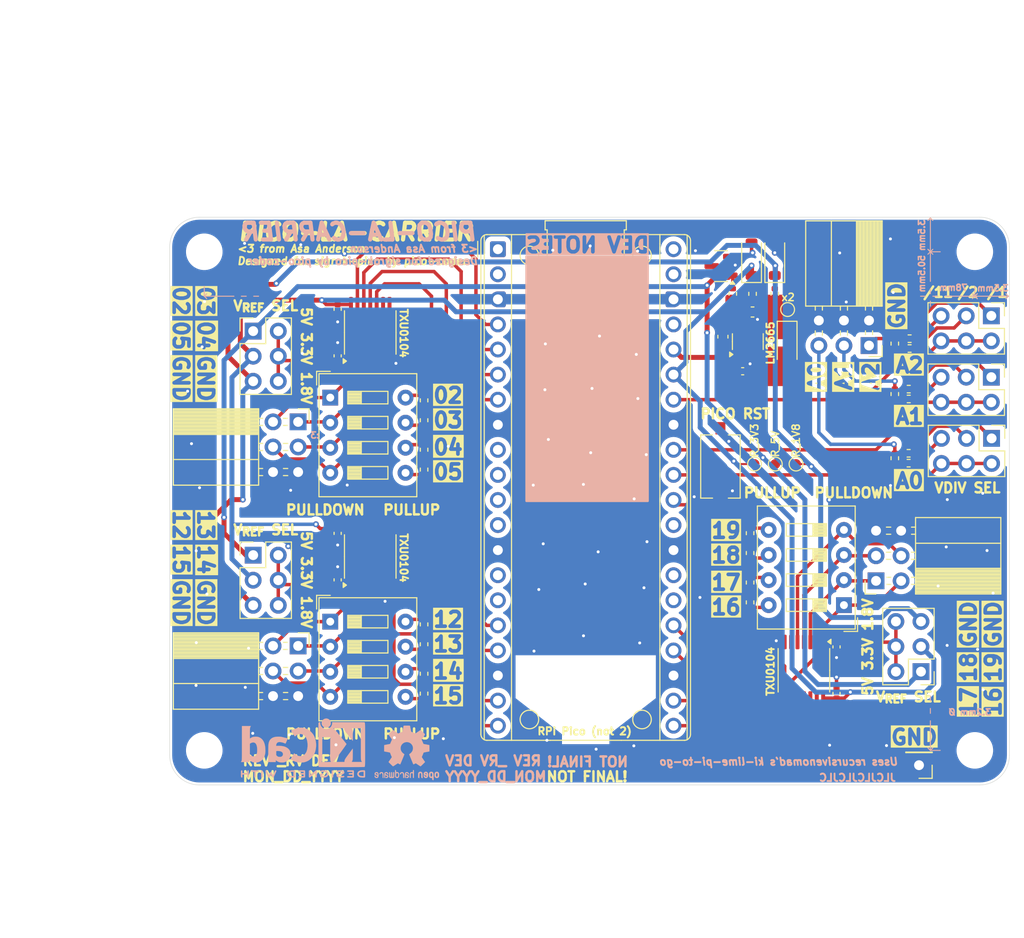
<source format=kicad_pcb>
(kicad_pcb (version 20240108) (generator "pcbnew") (generator_version "8.0")
  (layers (0 "F.Cu" signal) (1 "In1.Cu" signal) (2 "In2.Cu" signal) (31 "B.Cu" signal) (34 "B.Paste" user) (35 "F.Paste" user) (36 "B.SilkS" user "B.Silkscreen") (37 "F.SilkS" user "F.Silkscreen") (38 "B.Mask" user) (39 "F.Mask" user) (44 "Edge.Cuts" user))
  (net 0 "")
  (net 4 "/B2 {slash} IO04")
  (net 9 "/B0 {slash} IO02")
  (net 14 "/B1 {slash} IO03")
  (net 15 "/B3 {slash} IO05")
  (net 16 "+3V3")
  (net 20 "Net-(U1-CAP-)")
  (net 21 "Net-(U1-CAP+)")
  (net 22 "/Buffer Block B/VCCA_SEL")
  (net 23 "/Buffer Block B/A0")
  (net 24 "GND")
  (net 25 "/Buffer Block B/A3")
  (net 26 "/Buffer Block B/A1")
  (net 27 "/Buffer Block B/A2")
  (net 28 "Net-(R4-Pad1)")
  (net 29 "Net-(R5-Pad1)")
  (net 30 "/A1 {slash} IO13")
  (net 31 "/A3 {slash} IO15")
  (net 32 "/+3.3V_REG")
  (net 33 "/A0 {slash} IO12")
  (net 34 "/A2 {slash} IO14")
  (net 35 "/+6.6V")
  (net 36 "/Buffer Block A/VCCA_SEL")
  (net 37 "/+1.8V_REG")
  (net 38 "/Buffer Block A/A1")
  (net 39 "/Buffer Block A/A0")
  (net 40 "/Buffer Block A/A2")
  (net 41 "/Buffer Block A/A3")
  (net 42 "/+5V_REG")
  (net 43 "Net-(R6-Pad1)")
  (net 44 "Net-(R7-Pad1)")
  (net 45 "Net-(R8-Pad1)")
  (net 46 "Net-(R9-Pad1)")
  (net 47 "Net-(R10-Pad1)")
  (net 48 "Net-(R11-Pad1)")
  (net 54 "/C1 {slash} IO17")
  (net 55 "/C3 {slash} IO019")
  (net 56 "/C2 {slash} IO018")
  (net 57 "/C0 {slash} IO16")
  (net 58 "/Buffer Block C/VCCA_SEL")
  (net 59 "/Buffer Block C/A3")
  (net 60 "/Buffer Block C/A0")
  (net 61 "/Buffer Block C/A1")
  (net 62 "/Buffer Block C/A2")
  (net 63 "Net-(R12-Pad1)")
  (net 64 "Net-(R13-Pad1)")
  (net 65 "Net-(R14-Pad1)")
  (net 66 "Net-(R15-Pad1)")
  (net 69 "Net-(A1-RUN)")
  (net 70 "/A0_DIV")
  (net 71 "/A2_DIV")
  (net 72 "/A1_DIV")
  (net 73 "/A1_IN")
  (net 74 "/A0_IN")
  (net 75 "/A2_IN")
  (net 76 "Net-(J9-Pin_1)")
  (net 77 "Net-(J10-Pin_1)")
  (net 78 "Net-(J8-Pin_1)")
  (net 79 "/Analog Divider Selector 0/eleventh_sel")
  (net 80 "/Analog Divider Selector 0/half_sel")
  (net 81 "/Analog Divider Selector 1/half_sel")
  (net 82 "/Analog Divider Selector 1/eleventh_sel")
  (net 83 "/Analog Divider Selector 2/eleventh_sel")
  (net 84 "/Analog Divider Selector 2/half_sel")
  (footprint "Button_Switch_SMD:SW_Tactile_SPST_NO_Straight_CK_PTS636Sx25SMTRLFS" (layer "F.Cu") (at 181.75 77.25 90)
    (property "Reference" "SW1" (hide yes))
    (property "Value" "SW_Push" (hide yes))
  )
  (footprint "Diode_SMD:D_SOD-123" (layer "F.Cu") (at 187.25 56.25 90)
    (property "Reference" "D1" (hide yes))
    (property "Value" "1.8v" (hide yes))
  )
  (footprint "Resistor_SMD:R_0402_1005Metric" (layer "F.Cu") (at 199.4 64.8 -90)
    (property "Reference" "R16" (hide yes))
    (property "Value" "100 1%" (hide yes))
  )
  (footprint "TestPoint:TestPoint_Pad_D1.0mm" (layer "F.Cu") (at 185.2 77 -90)
    (property "Reference" "TP2" (hide yes))
    (property "Value" "TestPoint" (hide yes))
  )
  (footprint "Package_SO:TSSOP-14_4.4x5mm_P0.65mm" (layer "F.Cu") (at 146.3 63.6725 90)
    (property "Reference" "U4" (hide yes))
    (property "Value" "TXB0104PW (fit with U104)" (hide yes))
  )
  (footprint "Resistor_SMD:R_0402_1005Metric" (layer "F.Cu") (at 185 59.76 90)
    (property "Reference" "R2" (hide yes))
    (property "Value" "270, >1/10 W" (hide yes))
  )
  (footprint "Connector_PinHeader_2.54mm:PinHeader_1x01_P2.54mm_Vertical" (layer "F.Cu") (at 201.85 107.5 180)
    (property "Reference" "J11" (hide yes))
    (property "Value" "Conn_01x01" (hide yes))
  )
  (footprint "Connector_PinSocket_2.54mm:PinSocket_2x03_P2.54mm_Horizontal" (layer "F.Cu") (at 139 72.73)
    (property "Reference" "J5" (hide yes))
    (property "Value" "Conn_02x03_Odd_Even" (hide yes))
  )
  (footprint "Package_TO_SOT_SMD:SOT-23" (layer "F.Cu") (at 181.8125 56.95 180)
    (property "Reference" "U2" (hide yes))
    (property "Value" "LM4040DBZ-5" (hide yes))
  )
  (footprint "Connector_PinSocket_2.54mm:PinSocket_2x03_P2.54mm_Horizontal" (layer "F.Cu") (at 196.79 65 -90)
    (property "Reference" "J1" (hide yes))
    (property "Value" "Conn_02x03_Odd_Even" (hide yes))
  )
  (footprint "Capacitor_SMD:C_0402_1005Metric" (layer "F.Cu") (at 143 66.04 -90)
    (property "Reference" "C6" (hide yes))
    (property "Value" "1 uF" (hide yes))
  )
  (footprint "Package_SO:TSSOP-14_4.4x5mm_P0.65mm" (layer "F.Cu") (at 146.3 86.3625 90)
    (property "Reference" "U3" (hide yes))
    (property "Value" "TXB0104PW (fit with U104)" (hide yes))
  )
  (footprint "Resistor_SMD:R_0402_1005Metric" (layer "F.Cu") (at 184.75 89 -90)
    (property "Reference" "R13" (hide yes))
    (property "Value" "100k" (hide yes))
  )
  (footprint "Resistor_SMD:R_0402_1005Metric" (layer "F.Cu") (at 151.75 100.25 90)
    (property "Reference" "R7" (hide yes))
    (property "Value" "100k" (hide yes))
  )
  (footprint "Connector_PinSocket_2.54mm:PinSocket_2x03_P2.54mm_Horizontal" (layer "F.Cu") (at 139 95.42)
    (property "Reference" "J3" (hide yes))
    (property "Value" "Conn_02x03_Odd_Even" (hide yes))
  )
  (footprint "Resistor_SMD:R_0402_1005Metric" (layer "F.Cu") (at 183 59.75 90)
    (property "Reference" "R3" (hide yes))
    (property "Value" "100, >1/32 W" (hide yes))
  )
  (footprint "Resistor_SMD:R_0402_1005Metric" (layer "F.Cu") (at 151.75 75.55 -90)
    (property "Reference" "R10" (hide yes))
    (property "Value" "100k" (hide yes))
  )
  (footprint "MountingHole:MountingHole_3.2mm_M3" (layer "F.Cu") (at 129.5 106)
    (property "Reference" "H4" (hide yes))
    (property "Value" "MountingHole" (hide yes))
  )
  (footprint "MountingHole:MountingHole_3.2mm_M3" (layer "F.Cu") (at 207.5 106)
    (property "Reference" "H2" (hide yes))
    (property "Value" "MountingHole" (hide yes))
  )
  (footprint "Resistor_SMD:R_0402_1005Metric" (layer "F.Cu") (at 200.81 70.41 180)
    (property "Reference" "R21" (hide yes))
    (property "Value" "1k 1%" (hide yes))
  )
  (footprint "Capacitor_SMD:C_0603_1608Metric" (layer "F.Cu") (at 185 61.6 180)
    (property "Reference" "C3" (hide yes))
    (property "Value" "4.7 uF" (hide yes))
  )
  (footprint "Resistor_SMD:R_0402_1005Metric" (layer "F.Cu") (at 200.9 64.3 180)
    (property "Reference" "R18" (hide yes))
    (property "Value" "1k 1%" (hide yes))
  )
  (footprint "Resistor_SMD:R_0402_1005Metric" (layer "F.Cu") (at 184.75 86.01 90)
    (property "Reference" "R14" (hide yes))
    (property "Value" "100k" (hide yes))
  )
  (footprint "Capacitor_SMD:C_0603_1608Metric" (layer "F.Cu") (at 182 64.1 90)
    (property "Reference" "C2" (hide yes))
    (property "Value" "4.7 uF" (hide yes))
  )
  (footprint "Resistor_SMD:R_0402_1005Metric" (layer "F.Cu") (at 199.4 69.91 -90)
    (property "Reference" "R19" (hide yes))
    (property "Value" "100 1%" (hide yes))
  )
  (footprint "Resistor_SMD:R_0402_1005Metric" (layer "F.Cu") (at 200.8 75.91 180)
    (property "Reference" "R23" (hide yes))
    (property "Value" "100 1%" (hide yes))
  )
  (footprint "Connector_PinHeader_2.54mm:PinHeader_2x03_P2.54mm_Vertical" (layer "F.Cu") (at 134.45 63.535)
    (property "Reference" "J4" (hide yes))
    (property "Value" "Conn_02x03_Odd_Even" (hide yes))
  )
  (footprint "Diode_SMD:D_SOD-123F" (layer "F.Cu") (at 188.5 64.75 -90)
    (property "Reference" "D2" (hide yes))
    (property "Value" "1A 500 mV V_{F}" (hide yes))
  )
  (footprint "Resistor_SMD:R_0402_1005Metric" (layer "F.Cu") (at 199.4 76.41 -90)
    (property "Reference" "R22" (hide yes))
    (property "Value" "100 1%" (hide yes))
  )
  (footprint "Resistor_SMD:R_0402_1005Metric" (layer "F.Cu") (at 200.9 65.3 180)
    (property "Reference" "R17" (hide yes))
    (property "Value" "100 1%" (hide yes))
  )
  (footprint "Package_SO:TSSOP-14_4.4x5mm_P0.65mm" (layer "F.Cu") (at 190.2 97.8875 -90)
    (property "Reference" "U5" (hide yes))
    (property "Value" "TXB0104PW (fit with U104)" (hide yes))
  )
  (footprint "Resistor_SMD:R_0402_1005Metric" (layer "F.Cu") (at 151.75 98.24 -90)
    (property "Reference" "R6" (hide yes))
    (property "Value" "100k" (hide yes))
  )
  (footprint "Resistor_SMD:R_0402_1005Metric" (layer "F.Cu") (at 151.75 95.25 90)
    (property "Reference" "R5" (hide yes))
    (property "Value" "100k" (hide yes))
  )
  (footprint "Button_Switch_THT:SW_DIP_SPSTx04_Slide_9.78x12.34mm_W7.62mm_P2.54mm" (layer "F.Cu") (at 142.25 70.27)
    (property "Reference" "SW3" (hide yes))
    (property "Value" "SW_DIP_x04" (hide yes))
  )
  (footprint "Connector_PinHeader_2.54mm:PinHeader_2x03_P2.54mm_Vertical" (layer "F.Cu") (at 202.05 98.025 180)
    (property "Reference" "J6" (hide yes))
    (property "Value" "Conn_02x03_Odd_Even" (hide yes))
  )
  (footprint "Resistor_SMD:R_0402_1005Metric" (layer "F.Cu") (at 200.81 69.41 180)
    (property "Reference" "R20" (hide yes))
    (property "Value" "100 1%" (hide yes))
  )
  (footprint "Resistor_SMD:R_0402_1005Metric" (layer "F.Cu") (at 184.75 91.01 90)
    (property "Reference" "R12" (hide yes))
    (property "Value" "100k" (hide yes))
  )
  (footprint "Capacitor_SMD:C_0402_1005Metric" (layer "F.Cu") (at 184 67.6 180)
    (property "Reference" "C1" (hide yes))
    (property "Value" "1 uF" (hide yes))
  )
  (footprint "Button_Switch_THT:SW_DIP_SPSTx04_Slide_9.78x12.34mm_W7.62mm_P2.54mm" (layer "F.Cu") (at 194.25 91.29 180)
    (property "Reference" "SW4" (hide yes))
    (property "Value" "SW_DIP_x04" (hide yes))
  )
  (footprint "Connector_PinHeader_2.54mm:PinHeader_2x03_P2.54mm_Vertical" (layer "F.Cu") (at 134.45 86.225)
    (property "Reference" "J2" (hide yes))
    (property "Value" "Conn_02x03_Odd_Even" (hide yes))
  )
  (footprint "Capacitor_SMD:C_0402_1005Metric" (layer "F.Cu") (at 143 61.33 90)
    (property "Reference" "C7" (hide yes))
    (property "Value" "1 uF" (hide yes))
  )
  (footprint "Connector_PinHeader_2.54mm:PinHeader_2x03_P2.54mm_Vertical" (layer "F.Cu") (at 209.2 74.4 -90)
    (property "Reference" "J10" (hide yes))
    (property "Value" "Conn_02x03_Odd_Even" (hide yes))
  )
  (footprint "MountingHole:MountingHole_3.2mm_M3" (layer "F.Cu") (at 207.5 55.5)
    (property "Reference" "H1" (hide yes))
    (property "Value" "MountingHole" (hide yes))
  )
  (footprint "Resistor_SMD:R_0402_1005Metric" (layer "F.Cu") (at 200.8 76.91 180)
    (property "Reference" "R24" (hide yes))
    (property "Value" "1k 1%" (hide yes))
  )
  (footprint "Capacitor_SMD:C_0402_1005Metric" (layer "F.Cu") (at 143 84.02 90)
    (property "Reference" "C5" (hide yes))
    (property "Value" "1 uF" (hide yes))
  )
  (footprint "TestPoint:TestPoint_Pad_D1.0mm" (layer "F.Cu") (at 188.55 61.35)
    (property "Reference" "TP4" (hide yes))
    (property "Value" "TestPoint" (hide yes))
  )
  (footprint "MountingHole:MountingHole_3.2mm_M3" (layer "F.Cu") (at 129.5 55.5)
    (property "Reference" "H3" (hide yes))
    (property "Value" "MountingHole" (hide yes))
  )
  (footprint "Resistor_SMD:R_0402_1005Metric" (layer "F.Cu") (at 151.75 93.24 -90)
    (property "Reference" "R4" (hide yes))
    (property "Value" "100k" (hide yes))
  )
  (footprint "TestPoint:TestPoint_Pad_D1.0mm" (layer "F.Cu") (at 187.3 77 -90)
    (property "Reference" "TP3" (hide yes))
    (property "Value" "TestPoint" (hide yes))
  )
  (footprint "Connector_PinHeader_2.54mm:PinHeader_2x03_P2.54mm_Vertical" (layer "F.Cu") (at 209.17 61.99 -90)
    (property "Reference" "J8" (hide yes))
    (property "Value" "Conn_02x03_Odd_Even" (hide yes))
  )
  (footprint "Resistor_SMD:R_0402_1005Metric" (layer "F.Cu") (at 151.75 77.56 90)
    (property "Reference" "R11" (hide yes))
    (property "Value" "100k" (hide yes))
  )
  (footprint "Resistor_SMD:R_0402_1005Metric" (layer "F.Cu") (at 187.25 59.75 90)
    (property "Reference" "R1" (hide yes))
    (property "Value" "390, >1/10 W" (hide yes))
  )
  (footprint "Connector_PinSocket_2.54mm:PinSocket_2x03_P2.54mm_Horizontal" (layer "F.Cu") (at 197.5 88.83 180)
    (property "Reference" "J7" (hide yes))
    (property "Value" "Conn_02x03_Odd_Even" (hide yes))
  )
  (footprint "Connector_PinHeader_2.54mm:PinHeader_2x03_P2.54mm_Vertical" (layer "F.Cu") (at 209.17 68.2 -90)
    (property "Reference" "J9" (hide yes))
    (property "Value" "Conn_02x03_Odd_Even" (hide yes))
  )
  (footprint "Capacitor_SMD:C_0402_1005Metric" (layer "F.Cu") (at 143 88.73 -90)
    (property "Reference" "C4" (hide yes))
    (property "Value" "1 uF" (hide yes))
  )
  (footprint "Capacitor_SMD:C_0402_1005Metric" (layer "F.Cu") (at 193.5 95.52 90)
    (property "Reference" "C8" (hide yes))
    (property "Value" "1 uF" (hide yes))
  )
  (footprint "Module_RaspberryPi_Pico:RaspberryPi_Pico_Common_THT" (layer "F.Cu") (at 168.11 79.37)
    (property "Reference" "A1" (hide yes))
    (property "Value" "RaspberryPi_Pico" (hide yes))
  )
  (footprint "Package_TO_SOT_SMD:SOT-23-6" (layer "F.Cu") (at 184.52 64.6 90)
    (property "Reference" "U1" (hide yes))
    (property "Value" "LM2665M6" (hide yes))
  )
  (footprint "Capacitor_SMD:C_0402_1005Metric" (layer "F.Cu") (at 193.5 100.23 -90)
    (property "Reference" "C9" (hide yes))
    (property "Value" "1 uF" (hide yes))
  )
  (footprint "Resistor_SMD:R_0402_1005Metric" (layer "F.Cu") (at 184.75 84 -90)
    (property "Reference" "R15" (hide yes))
    (property "Value" "100k" (hide yes))
  )
  (footprint "Button_Switch_THT:SW_DIP_SPSTx04_Slide_9.78x12.34mm_W7.62mm_P2.54mm" (layer "F.Cu") (at 142.25 92.96)
    (property "Reference" "SW2" (hide yes))
    (property "Value" "SW_DIP_x04" (hide yes))
  )
  (footprint "Diode_SMD:D_SOD-123" (layer "F.Cu") (at 184.9 56.25 90)
    (property "Reference" "D3" (hide yes))
    (property "Value" "3.3v" (hide yes))
  )
  (footprint "Resistor_SMD:R_0402_1005Metric" (layer "F.Cu") (at 151.75 72.56 90)
    (property "Reference" "R9" (hide yes))
    (property "Value" "100k" (hide yes))
  )
  (footprint "Resistor_SMD:R_0402_1005Metric" (layer "F.Cu") (at 151.75 70.55 -90)
    (property "Reference" "R8" (hide yes))
    (property "Value" "100k" (hide yes))
  )
  (footprint "TestPoint:TestPoint_Pad_D1.0mm" (layer "F.Cu") (at 189.4 77 -90)
    (property "Reference" "TP1" (hide yes))
    (property "Value" "TestPoint" (hide yes))
  )
  (footprint "Symbol:KiCad-Logo2_5mm_SilkScreen" (layer "B.Cu") (at 139.5 105.75 180)
    (property "Reference" "H6" (hide yes))
    (property "Value" "MountingHole" (hide yes))
  )
  (footprint "Symbol:OSHW-Logo2_7.3x6mm_SilkScreen" (layer "B.Cu") (at 150 106.25 180)
    (property "Reference" "H5" (hide yes))
    (property "Value" "MountingHole" (hide yes))
  )
  (gr_line (start 207.5 60) (end 207.75 59.75) (stroke (width 0.1)) (layer "B.SilkS"))
  (gr_line (start 204 55.5) (end 203 55.5) (stroke (width 0.1)) (layer "B.SilkS"))
  (gr_line (start 207.5 60) (end 210.9 60) (stroke (width 0.1)) (layer "B.SilkS"))
  (gr_line (start 203 106) (end 203 103) (stroke (width 0.1)) (layer "B.SilkS"))
  (gr_line (start 207.75 60.25) (end 207.5 60) (stroke (width 0.1)) (layer "B.SilkS"))
  (gr_line (start 133.25 60) (end 133.75 60) (stroke (width 0.1)) (layer "B.SilkS"))
  (gr_line (start 204 106) (end 203 106) (stroke (width 0.1)) (layer "B.SilkS"))
  (gr_line (start 207.5 60) (end 204.5 60) (stroke (width 0.1)) (layer "B.SilkS"))
  (gr_line (start 203 55.5) (end 203 52.075) (stroke (width 0.1)) (layer "B.SilkS"))
  (gr_line (start 210.9 60) (end 210.65 59.75) (stroke (width 0.1)) (layer "B.SilkS"))
  (gr_line (start 134.5 60) (end 135 60) (stroke (width 0.1)) (layer "B.SilkS"))
  (gr_line (start 203 55.5) (end 203.25 55.75) (stroke (width 0.1)) (layer "B.SilkS"))
  (gr_line (start 129.5 60) (end 132.5 60) (stroke (width 0.1)) (layer "B.SilkS"))
  (gr_line (start 203 101) (end 203 100.5) (stroke (width 0.1)) (layer "B.SilkS"))
  (gr_line (start 203 106) (end 202.75 105.75) (stroke (width 0.1)) (layer "B.SilkS"))
  (gr_line (start 203 59.25) (end 203 59.75) (stroke (width 0.1)) (layer "B.SilkS"))
  (gr_line (start 203 52.075) (end 202.75 52.325) (stroke (width 0.1)) (layer "B.SilkS"))
  (gr_line (start 207.5 60) (end 207.75 60.25) (stroke (width 0.1)) (layer "B.SilkS"))
  (gr_line (start 203 55.5) (end 202.75 55.75) (stroke (width 0.1)) (layer "B.SilkS"))
  (gr_line (start 203 55.5) (end 203 58.5) (stroke (width 0.1)) (layer "B.SilkS"))
  (gr_line (start 202.75 55.25) (end 203 55.5) (stroke (width 0.1)) (layer "B.SilkS"))
  (gr_line (start 207.75 59.75) (end 207.5 60) (stroke (width 0.1)) (layer "B.SilkS"))
  (gr_line (start 207.5 60) (end 207.5 59) (stroke (width 0.1)) (layer "B.SilkS"))
  (gr_line (start 203 55.5) (end 203.25 55.25) (stroke (width 0.1)) (layer "B.SilkS"))
  (gr_line (start 203 60.5) (end 203 61) (stroke (width 0.1)) (layer "B.SilkS"))
  (gr_line (start 203.75 60) (end 203.25 60) (stroke (width 0.1)) (layer "B.SilkS"))
  (gr_line (start 129.5 60) (end 129.75 59.75) (stroke (width 0.1)) (layer "B.SilkS"))
  (gr_line (start 207.5 60) (end 207.25 59.75) (stroke (width 0.1)) (layer "B.SilkS"))
  (gr_line (start 129.5 60) (end 129.5 59) (stroke (width 0.1)) (layer "B.SilkS"))
  (gr_line (start 207.5 60) (end 207.25 60.25) (stroke (width 0.1)) (layer "B.SilkS"))
  (gr_line (start 203 52.075) (end 203.25 52.325) (stroke (width 0.1)) (layer "B.SilkS"))
  (gr_line (start 129.5 60) (end 129.75 60.25) (stroke (width 0.1)) (layer "B.SilkS"))
  (gr_line (start 203 106) (end 203.25 105.75) (stroke (width 0.1)) (layer "B.SilkS"))
  (gr_line (start 203 102.25) (end 203 101.75) (stroke (width 0.1)) (layer "B.SilkS"))
  (gr_rect (start 162.1 56) (end 174.4 80.75) (stroke (width 0.2)) (fill solid) (layer "B.SilkS"))
  (gr_line (start 203 55.5) (end 202.75 55.25) (stroke (width 0.1)) (layer "B.SilkS"))
  (gr_line (start 210.9 60) (end 210.65 60.25) (stroke (width 0.1)) (layer "B.SilkS"))
  (gr_line (start 202.5 60) (end 202 60) (stroke (width 0.1)) (layer "B.SilkS"))
  (gr_line (start 126 106.5) (end 126 55) (stroke (width 0.05)) (layer "Edge.Cuts"))
  (gr_line (start 129 52) (end 208 52) (stroke (width 0.05)) (layer "Edge.Cuts"))
  (gr_line (start 208 109.5) (end 129 109.5) (stroke (width 0.05)) (layer "Edge.Cuts"))
  (gr_arc (start 126 55) (mid 126.87868 52.87868) (end 129 52) (stroke (width 0.05)) (layer "Edge.Cuts"))
  (gr_line (start 211 55) (end 211 106.5) (stroke (width 0.05)) (layer "Edge.Cuts"))
  (gr_arc (start 208 52) (mid 210.12132 52.87868) (end 211 55) (stroke (width 0.05)) (layer "Edge.Cuts"))
  (gr_arc (start 211 106.5) (mid 210.12132 108.62132) (end 208 109.5) (stroke (width 0.05)) (layer "Edge.Cuts"))
  (gr_arc (start 129 109.5) (mid 126.87868 108.62132) (end 126 106.5) (stroke (width 0.05)) (layer "Edge.Cuts"))
  (gr_text "A" (at 197.25 109.25 0) (layer "F.Cu") (effects (font (size 1.5 1.5) (thickness 0.3) (bold yes)) (justify left bottom)))
  (gr_text "A" (at 196.5 108.3 0) (layer "F.Cu") (effects (font (size 1.5 1.5) (thickness 0.3) (bold yes)) (justify left bottom)))
  (gr_text "50.5mm" (at 202.5 55.75 90) (layer "B.SilkS") (effects (font (size 0.625 0.625) (thickness 0.15625) (bold yes)) (justify left bottom mirror)))
  (gr_text "3.5mm" (at 211 59.55 0) (layer "B.SilkS") (effects (font (size 0.625 0.625) (thickness 0.15625) (bold yes)) (justify left bottom mirror)))
  (gr_text "DEV NOTES" (at 168.3 55.7 0) (layer "B.SilkS" knockout) (effects (font (size 1.5 1.5) (thickness 0.375) (bold yes)) (justify bottom mirror)))
  (gr_text "3.2mm Ø" (at 209.25 102.5 0) (layer "B.SilkS") (effects (font (size 0.625 0.625) (thickness 0.15625) (bold yes)) (justify left bottom mirror)))
  (gr_text "PICO-LA-CARRIER" (at 157.323094 52.5 0) (layer "B.SilkS") (effects (font (size 1.7 1.7) (thickness 0.425) (bold yes) (italic yes)) (justify left top mirror)))
  (gr_text "78mm" (at 206.85 59.5 0) (layer "B.SilkS") (effects (font (size 0.625 0.625) (thickness 0.15625) (bold yes)) (justify left bottom mirror)))
  (gr_text "REV _RV DEV\nMON_DD_YYYY" (at 153.75 109.25 0) (layer "B.SilkS") (effects (font (size 1 1) (thickness 0.25) (bold yes)) (justify right bottom mirror)))
  (gr_text "3.5mm" (at 202.5 52.15 90) (layer "B.SilkS") (effects (font (size 0.625 0.625) (thickness 0.15625) (bold yes)) (justify left bottom mirror)))
  (gr_text ":3" (at 140.7 74.45 0) (layer "B.SilkS") (effects (font (size 0.625 0.625) (thickness 0.15625) (bold yes)) (justify bottom mirror)))
  (gr_text "Designed for sigrok-pico by pico-coder" (at 157.323094 56 0) (layer "B.SilkS") (effects (font (size 0.75 0.75) (thickness 0.1875) (bold yes) (italic yes)) (justify left top mirror)))
  (gr_text "JLCJLCJLCJLC" (at 199.6 109.2 -0) (layer "B.SilkS") (effects (font (size 0.75 0.75) (thickness 0.1875) (bold yes)) (justify left bottom mirror)))
  (gr_text "<3 from Asa Anderson" (at 157.323094 54.75 0) (layer "B.SilkS") (effects (font (size 0.75 0.75) (thickness 0.1875) (bold yes) (italic yes)) (justify left top mirror)))
  (gr_text "NOT FINAL!" (at 168.3 107.75 0) (layer "B.SilkS") (effects (font (size 1 1) (thickness 0.25) (bold yes)) (justify bottom mirror)))
  (gr_text "Uses recursivenomad's ki-lime-pi-to-go" (at 199.85 106.7 0) (layer "B.SilkS") (effects (font (size 0.75 0.75) (thickness 0.1875) (bold yes) (italic yes)) (justify left top mirror)))
  (gr_text "1.8V" (at 197.25 92.25 90) (layer "F.SilkS") (effects (font (size 1 1) (thickness 0.25) (bold yes)) (justify bottom)))
  (gr_text "12" (at 152.5 92.75 0) (layer "F.SilkS" knockout) (effects (font (size 1.5 1.5) (thickness 0.375) (bold yes)) (justify left)))
  (gr_text "GND" (at 203.9 105.55 0) (layer "F.SilkS" knockout) (effects (font (size 1.5 1.5) (thickness 0.375) (bold yes)) (justify right bottom)))
  (gr_text "13" (at 128.75 81.5 270) (layer "F.SilkS" knockout) (effects (font (size 1.5 1.5) (thickness 0.375) (bold yes)) (justify left bottom)))
  (gr_text "GND" (at 128.75 65.81 -90) (layer "F.SilkS" knockout) (effects (font (size 1.5 1.5) (thickness 0.375) (bold yes)) (justify left bottom)))
  (gr_text "3.3V" (at 197.25 96.25 90) (layer "F.SilkS") (effects (font (size 1 1) (thickness 0.25) (bold yes)) (justify bottom)))
  (gr_text "16" (at 184 91.5 0) (layer "F.SilkS" knockout) (effects (font (size 1.5 1.5) (thickness 0.375) (bold yes)) (justify right)))
  (gr_text "PICO-LA-CARRIER" (at 132.75 52.5 0) (layer "F.SilkS") (effects (font (size 1.7 1.7) (thickness 0.425) (bold yes) (italic yes)) (justify left top)))
  (gr_text "15" (at 128 85 270) (layer "F.SilkS" knockout) (effects (font (size 1.5 1.5) (thickness 0.375) (bold yes)) (justify left top)))
  (gr_text "14" (at 128.75 85 270) (layer "F.SilkS" knockout) (effects (font (size 1.5 1.5) (thickness 0.375) (bold yes)) (justify left bottom)))
  (gr_text "NOT FINAL!" (at 168.25 109.25 0) (layer "F.SilkS") (effects (font (size 1 1) (thickness 0.25) (bold yes)) (justify bottom)))
  (gr_text "PULLUP" (at 150.5 103.75 0) (layer "F.SilkS") (effects (font (size 1 1) (thickness 0.25) (bold yes)) (justify top)))
  (gr_text "A0" (at 202.5 78.7 0) (layer "F.SilkS" knockout) (effects (font (size 1.5 1.5) (thickness 0.375) (bold yes)) (justify right)))
  (gr_text "18" (at 184 86.25 0) (layer "F.SilkS" knockout) (effects (font (size 1.5 1.5) (thickness 0.375) (bold yes)) (justify right)))
  (gr_text "<3 from Asa Anderson" (at 132.75 54.75 0) (layer "F.SilkS") (effects (font (size 0.75 0.75) (thickness 0.1875) (bold yes) (italic yes)) (justify left top)))
  (gr_text "PICO RST" (at 183.25 72.5 0) (layer "F.SilkS") (effects (font (size 1 1) (thickness 0.25) (bold yes)) (justify bottom)))
  (gr_text "05" (at 128 62.31 270) (layer "F.SilkS" knockout) (effects (font (size 1.5 1.5) (thickness 0.375) (bold yes)) (justify left top)))
  (gr_text "A2" (at 197 66.5 90) (layer "F.SilkS" knockout) (effects (font (size 1.5 1.5) (thickness 0.375) (bold yes)) (justify right)))
  (gr_text "05" (at 152.5 77.81 0) (layer "F.SilkS" knockout) (effects (font (size 1.5 1.5) (thickness 0.375) (bold yes)) (justify left)))
  (gr_text "02" (at 128 58.81 270) (layer "F.SilkS" knockout) (effects (font (size 1.5 1.5) (thickness 0.375) (bold yes)) (justify left top)))
  (gr_text "19" (at 184 83.75 0) (layer "F.SilkS" knockout) (effects (font (size 1.5 1.5) (thickness 0.375) (bold yes)) (justify right)))
  (gr_text "A0" (at 191.5 66.5 90) (layer "F.SilkS" knockout) (effects (font (size 1.5 1.5) (thickness 0.375) (bold yes)) (justify right)))
  (gr_text "5V" (at 197.25 99.5 90) (layer "F.SilkS") (effects (font (size 1 1) (thickness 0.25) (bold yes)) (justify bottom)))
  (gr_text "14" (at 152.5 98 0) (layer "F.SilkS" knockout) (effects (font (size 1.5 1.5) (thickness 0.375) (bold yes)) (justify left)))
  (gr_text "13" (at 152.5 95.25 0) (layer "F.SilkS" knockout) (effects (font (size 1.5 1.5) (thickness 0.375) (bold yes)) (justify left)))
  (gr_text "17" (at 184 89 0) (layer "F.SilkS" knockout) (effects (font (size 1.5 1.5) (thickness 0.375) (bold yes)) (justify right)))
  (gr_text "GND" (at 207.75 95.75 90) (layer "F.SilkS" knockout) (effects (font (size 1.5 1.5) (thickness 0.375) (bold yes)) (justify left bottom)))
  (gr_text "GND" (at 198.75 63.5 90) (layer "F.SilkS" knockout) (effects (font (size 1.5 1.5) (thickness 0.375) (bold yes)) (justify left top)))
  (gr_text "/1" (at 208.6 60.2 0) (layer "F.SilkS") (effects (font (size 1 1) (thickness 0.25) (bold yes)) (justify left bottom)))
  (gr_text "1.8V" (at 139.25 69.31 -90) (layer "F.SilkS") (effects (font (size 1 1) (thickness 0.25) (bold yes)) (justify bottom)))
  (gr_text "PULLUP" (at 150.5 81.06 0) (layer "F.SilkS") (effects (font (size 1 1) (thickness 0.25) (bold yes)) (justify top)))
  (gr_text "V_{REF} SEL" (at 135.725 84.25 0) (layer "F.SilkS") (effects (font (size 1 1) (thickness 0.25) (bold yes)) (justify bottom)))
  (gr_text "GND" (at 208.5 95.75 90) (layer "F.SilkS" knockout) (effects (font (size 1.5 1.5) (thickness 0.375) (bold yes)) (justify left top)))
  (gr_text "5V" (at 139.25 84.75 -90) (layer "F.SilkS") (effects (font (size 1 1) (thickness 0.25) (bold yes)) (justify bottom)))
  (gr_text "R_5V" (at 187.3 76.4 90) (layer "F.SilkS") (effects (font (size 0.75 0.75) (thickness 0.15) (bold yes)) (justify left)))
  (gr_text "3.3V" (at 139.25 65.31 -90) (layer "F.SilkS") (effects (font (size 1 1) (thickness 0.25) (bold yes)) (justify bottom)))
  (gr_text "PULLDOWN" (at 141.75 81.06 0) (layer "F.SilkS") (effects (font (size 1 1) (thickness 0.25) (bold yes)) (justify top)))
  (gr_text "/2" (at 206.8 60.2 0) (layer "F.SilkS") (effects (font (size 1 1) (thickness 0.25) (bold yes)) (justify bottom)))
  (gr_text "19" (at 208.5 99.25 90) (layer "F.SilkS" knockout) (effects (font (size 1.5 1.5) (thickness 0.375) (bold yes)) (justify left top)))
  (gr_text "x2" (at 188.6 60.55 0) (layer "F.SilkS") (effects (font (size 0.75 0.75) (thickness 0.15) (bold yes)) (justify bottom)))
  (gr_text "TXU0104" (at 187.25 98 90) (layer "F.SilkS") (effects (font (size 0.75 0.75) (thickness 0.1875) (bold yes)) (justify bottom)))
  (gr_text "Designed for sigrok-pico by pico-coder" (at 132.75 56 0) (layer "F.SilkS") (effects (font (size 0.75 0.75) (thickness 0.1875) (bold yes) (italic yes)) (justify left top)))
  (gr_text "V_{REF} SEL" (at 135.725 61.56 0) (layer "F.SilkS") (effects (font (size 1 1) (thickness 0.25) (bold yes)) (justify bottom)))
  (gr_text "A1" (at 194.25 66.5 90) (layer "F.SilkS" knockout) (effects (font (size 1.5 1.5) (thickness 0.375) (bold yes)) (justify right)))
  (gr_text "TXU0104" (at 149.25 86.5 270) (layer "F.SilkS") (effects (font (size 0.75 0.75) (thickness 0.1875) (bold yes)) (justify bottom)))
  (gr_text "VDIV SEL" (at 206.75 80 0) (layer "F.SilkS") (effects (font (size 1 1) (thickness 0.25) (bold yes)) (justify bottom)))
  (gr_text "3.3V" (at 139.25 88 -90) (layer "F.SilkS") (effects (font (size 1 1) (thickness 0.25) (bold yes)) (justify bottom)))
  (gr_text "GND" (at 128 88.5 270) (layer "F.SilkS" knockout) (effects (font (size 1.5 1.5) (thickness 0.375) (bold yes)) (justify left top)))
  (gr_text "12" (at 128 81.5 270) (layer "F.SilkS" knockout) (effects (font (size 1.5 1.5) (thickness 0.375) (bold yes)) (justify left top)))
  (gr_text "PULLDOWN" (at 195.25 80.5 0) (layer "F.SilkS") (effects (font (size 1 1) (thickness 0.25) (bold yes)) (justify bottom)))
  (gr_text "1.8V" (at 139.25 92 -90) (layer "F.SilkS") (effects (font (size 1 1) (thickness 0.25) (bold yes)) (justify bottom)))
  (gr_text "A1" (at 202.5 72.2 0) (layer "F.SilkS" knockout) (effects (font (size 1.5 1.5) (thickness 0.375) (bold yes)) (justify right)))
  (gr_text "/11" (at 203.8 60.2 0) (layer "F.SilkS") (effects (font (size 1 1) (thickness 0.25) (bold yes)) (justify bottom)))
  (gr_text "03" (at 152.5 72.56 0) (layer "F.SilkS" knockout) (effects (font (size 1.5 1.5) (thickness 0.375) (bold yes)) (justify left)))
  (gr_text "5V" (at 139.25 62.06 -90) (layer "F.SilkS") (effects (font (size 1 1) (thickness 0.25) (bold yes)) (justify bottom)))
  (gr_text "16" (at 208.5 102.75 90) (layer "F.SilkS" knockout) (effects (font (size 1.5 1.5) (thickness 0.375) (bold yes)) (justify left top)))
  (gr_text "GND" (at 128 65.81 -90) (layer "F.SilkS" knockout) (effects (font (size 1.5 1.5) (thickness 0.375) (bold yes)) (justify left top)))
  (gr_text "04" (at 152.5 75.31 0) (layer "F.SilkS" knockout) (effects (font (size 1.5 1.5) (thickness 0.375) (bold yes)) (justify left)))
  (gr_text "GND" (at 128.75 88.5 270) (layer "F.SilkS" knockout) (effects (font (size 1.5 1.5) (thickness 0.375) (bold yes)) (justify left bottom)))
  (gr_text "02" (at 152.5 70.06 0) (layer "F.SilkS" knockout) (effects (font (size 1.5 1.5) (thickness 0.375) (bold yes)) (justify left)))
  (gr_text "17" (at 207.75 102.75 90) (layer "F.SilkS" knockout) (effects (font (size 1.5 1.5) (thickness 0.375) (bold yes)) (justify left bottom)))
  (gr_text "04" (at 128.75 62.31 270) (layer "F.SilkS" knockout) (effects (font (size 1.5 1.5) (thickness 0.375) (bold yes)) (justify left bottom)))
  (gr_text "A2" (at 202.5 67 0) (layer "F.SilkS" knockout) (effects (font (size 1.5 1.5) (thickness 0.375) (bold yes)) (justify right)))
  (gr_text "03" (at 128.75 58.81 270) (layer "F.SilkS" knockout) (effects (font (size 1.5 1.5) (thickness 0.375) (bold yes)) (justify left bottom)))
  (gr_text "PULLDOWN" (at 141.75 103.75 0) (layer "F.SilkS") (effects (font (size 1 1) (thickness 0.25) (bold yes)) (justify top)))
  (gr_text "R_3V3" (at 185.2 76.4 90) (layer "F.SilkS") (effects (font (size 0.75 0.75) (thickness 0.15) (bold yes)) (justify left)))
  (gr_text "REV _RV DEV\nMON_DD_YYYY" (at 133.25 109.25 0) (layer "F.SilkS") (effects (font (size 1 1) (thickness 0.25) (bold yes)) (justify left bottom)))
  (gr_text "V_{REF} SEL" (at 200.775 100 0) (layer "F.SilkS") (effects (font (size 1 1) (thickness 0.25) (bold yes)) (justify top)))
  (gr_text "RPi Pico (not 2)" (at 168 104.5 0) (layer "F.SilkS") (effects (font (size 0.75 0.75) (thickness 0.1875) (bold yes)) (justify bottom)))
  (gr_text "R_1V8" (at 189.4 76.4 90) (layer "F.SilkS") (effects (font (size 0.75 0.75) (thickness 0.15) (bold yes)) (justify left)))
  (gr_text "18" (at 207.75 99.25 90) (layer "F.SilkS" knockout) (effects (font (size 1.5 1.5) (thickness 0.375) (bold yes)) (justify left bottom)))
  (gr_text "PULLUP" (at 187 80.5 0) (layer "F.SilkS") (effects (font (size 1 1) (thickness 0.25) (bold yes)) (justify bottom)))
  (gr_text "TXU0104" (at 149.25 63.75 -90) (layer "F.SilkS") (effects (font (size 0.75 0.75) (thickness 0.1875) (bold yes)) (justify bottom)))
  (gr_text "LM2665" (at 187.25 64.75 90) (layer "F.SilkS") (effects (font (size 0.75 0.75) (thickness 0.1875) (bold yes)) (justify bottom)))
  (gr_text "15" (at 152.5 100.5 0) (layer "F.SilkS" knockout) (effects (font (size 1.5 1.5) (thickness 0.375) (bold yes)) (justify left)))
  (segment (start 154.69 67.94) (end 154 67.25) (width 0.35) (layer "F.Cu") (net 4))
  (segment (start 152.75 57.5) (end 147.5 57.5) (width 0.35) (layer "F.Cu") (net 4))
  (segment (start 146.3 58.7) (end 146.3 60.81) (width 0.35) (layer "F.Cu") (net 4))
  (segment (start 154 67.25) (end 154 58.75) (width 0.35) (layer "F.Cu") (net 4))
  (segment (start 159.22 67.94) (end 154.69 67.94) (width 0.35) (layer "F.Cu") (net 4))
  (segment (start 154 58.75) (end 152.75 57.5) (width 0.35) (layer "F.Cu") (net 4))
  (segment (start 147.5 57.5) (end 146.3 58.7) (width 0.35) (layer "F.Cu") (net 4))
  (segment (start 146.25 55) (end 155.75 55) (width 0.35) (layer "F.Cu") (net 9))
  (segment (start 145 60.81) (end 145 56.25) (width 0.35) (layer "F.Cu") (net 9))
  (segment (start 157.985 62.86) (end 159.22 62.86) (width 0.35) (layer "F.Cu") (net 9))
  (segment (start 157 61.875) (end 157.985 62.86) (width 0.35) (layer "F.Cu") (net 9))
  (segment (start 155.75 55) (end 157 56.25) (width 0.35) (layer "F.Cu") (net 9))
  (segment (start 145 56.25) (end 146.25 55) (width 0.35) (layer "F.Cu") (net 9))
  (segment (start 157 56.25) (end 157 61.875) (width 0.35) (layer "F.Cu") (net 9))
  (segment (start 155.5 63.75) (end 157.15 65.4) (width 0.35) (layer "F.Cu") (net 14))
  (segment (start 155.5 57.5) (end 155.5 63.75) (width 0.35) (layer "F.Cu") (net 14))
  (segment (start 145.65 60.81) (end 145.65 57.6) (width 0.35) (layer "F.Cu") (net 14))
  (segment (start 154.25 56.25) (end 155.5 57.5) (width 0.35) (layer "F.Cu") (net 14))
  (segment (start 147 56.25) (end 154.25 56.25) (width 0.35) (layer "F.Cu") (net 14))
  (segment (start 145.65 57.6) (end 147 56.25) (width 0.35) (layer "F.Cu") (net 14))
  (segment (start 157.15 65.4) (end 159.22 65.4) (width 0.35) (layer "F.Cu") (net 14))
  (segment (start 147.75 58.75) (end 151.25 58.75) (width 0.35) (layer "F.Cu") (net 15))
  (segment (start 152.5 68) (end 154.98 70.48) (width 0.35) (layer "F.Cu") (net 15))
  (segment (start 146.95 59.55) (end 147.75 58.75) (width 0.35) (layer "F.Cu") (net 15))
  (segment (start 152.5 60) (end 152.5 68) (width 0.35) (layer "F.Cu") (net 15))
  (segment (start 146.95 60.81) (end 146.95 59.55) (width 0.35) (layer "F.Cu") (net 15))
  (segment (start 151.25 58.75) (end 152.5 60) (width 0.35) (layer "F.Cu") (net 15))
  (segment (start 154.98 70.48) (end 159.22 70.48) (width 0.35) (layer "F.Cu") (net 15))
  (segment (start 183.107501 66.199999) (end 183.57 65.7375) (width 0.5) (layer "F.Cu") (net 16))
  (segment (start 177.799999 66.199999) (end 183.107501 66.199999) (width 0.5) (layer "F.Cu") (net 16))
  (segment (start 177 65.4) (end 177.799999 66.199999) (width 0.5) (layer "F.Cu") (net 16))
  (segment (start 185.47 65.075001) (end 185.019999 64.625) (width 0.5) (layer "F.Cu") (net 20))
  (segment (start 182.25 64.625) (end 182 64.875) (width 0.5) (layer "F.Cu") (net 20))
  (segment (start 185.47 65.7375) (end 185.47 65.075001) (width 0.5) (layer "F.Cu") (net 20))
  (segment (start 185.019999 64.625) (end 182.25 64.625) (width 0.5) (layer "F.Cu") (net 20))
  (segment (start 182 63.325) (end 183.4325 63.325) (width 0.5) (layer "F.Cu") (net 21))
  (segment (start 183.4325 63.325) (end 183.57 63.4625) (width 0.5) (layer "F.Cu") (net 21))
  (segment (start 144.35 65.772978) (end 148.25 61.872978) (width 0.35) (layer "F.Cu") (net 22))
  (segment (start 151.77499 71.06) (end 152.445 70.38999) (width 0.35) (layer "F.Cu") (net 22))
  (segment (start 151.75 76.06) (end 152.069999 76.06) (width 0.35) (layer "F.Cu") (net 22))
  (segment (start 152.445 70.38999) (end 152.445 69.045) (width 0.35) (layer "F.Cu") (net 22))
  (segment (start 152.069999 72.05) (end 151.75 72.05) (width 0.35) (layer "F.Cu") (net 22))
  (segment (start 152.5 72.480001) (end 152.069999 72.05) (width 0.35) (layer "F.Cu") (net 22))
  (segment (start 148.25 61.872978) (end 148.25 60.81) (width 0.35) (layer "F.Cu") (net 22))
  (segment (start 152.069999 76.06) (end 152.5 75.629999) (width 0.35) (layer "F.Cu") (net 22))
  (segment (start 152.445 69.045) (end 148.711489 65.311489) (width 0.35) (layer "F.Cu") (net 22))
  (segment (start 152.5 75.629999) (end 152.5 72.480001) (width 0.35) (layer "F.Cu") (net 22))
  (segment (start 136.99 68.615) (end 136.99 63.535) (width 0.35) (layer "F.Cu") (net 22))
  (segment (start 151.75 72.05) (end 151.75 71.06) (width 0.35) (layer "F.Cu") (net 22))
  (segment (start 151.75 77.05) (end 151.75 76.06) (width 0.35) (layer "F.Cu") (net 22))
  (segment (start 148.711489 65.311489) (end 144.811489 65.311489) (width 0.35) (layer "F.Cu") (net 22))
  (segment (start 143 66.52) (end 144.335 66.52) (width 0.35) (layer "F.Cu") (net 22))
  (segment (start 144.35 66.535) (end 144.35 65.772978) (width 0.35) (layer "F.Cu") (net 22))
  (segment (start 137.435 66.52) (end 143 66.52) (width 0.35) (layer "F.Cu") (net 22))
  (segment (start 138.92 70.27) (end 142.25 70.27) (width 0.35) (layer "F.Cu") (net 23))
  (segment (start 142.25 70.27) (end 145 67.52) (width 0.35) (layer "F.Cu") (net 23))
  (segment (start 145 67.52) (end 145 66.535) (width 0.35) (layer "F.Cu") (net 23))
  (segment (start 136.46 72.73) (end 138.92 70.27) (width 0.35) (layer "F.Cu") (net 23))
  (segment (start 193.5 96) (end 193.5 96.6) (width 0.35) (layer "F.Cu") (net 24))
  (segment (start 143 84.5) (end 143 85.2) (width 0.35) (layer "F.Cu") (net 24))
  (segment (start 188.25 95.025) (end 187.525 95.025) (width 0.35) (layer "F.Cu") (net 24))
  (segment (start 184.9 54.6) (end 184.9 55.5) (width 0.35) (layer "F.Cu") (net 24))
  (segment (start 185.5 62.35) (end 185.5 61.875) (width 0.2) (layer "F.Cu") (net 24))
  (segment (start 185.5 62.6) (end 185.5 62.35) (width 0.2) (layer "F.Cu") (net 24))
  (segment (start 182.75 56.35) (end 183.25 56.85) (width 0.35) (layer "F.Cu") (net 24))
  (segment (start 182.75 56) (end 182.75 56.35) (width 0.35) (layer "F.Cu") (net 24))
  (segment (start 193.5 99.75) (end 193.5 98.575) (width 0.35) (layer "F.Cu") (net 24))
  (segment (start 184.75 66.85) (end 184.75 67.33) (width 0.2) (layer "F.Cu") (net 24))
  (segment (start 148.25 66.535) (end 148.635 66.535) (width 0.35) (layer "F.Cu") (net 24))
  (segment (start 187.525 95.025) (end 187.4 94.9) (width 0.35) (layer "F.Cu") (net 24))
  (segment (start 143 88.25) (end 143 87.4) (width 0.35) (layer "F.Cu") (net 24))
  (segment (start 148.635 66.535) (end 148.9 66.8) (width 0.35) (layer "F.Cu") (net 24))
  (segment (start 148.25 90.45) (end 147.8 90.9) (width 0.35) (layer "F.Cu") (net 24))
  (segment (start 143 61.81) (end 143 62.6) (width 0.35) (layer "F.Cu") (net 24))
  (segment (start 184.9 55.5) (end 185 55.6) (width 0.35) (layer "F.Cu") (net 24))
  (segment (start 185.47 63.4625) (end 185.47 62.63) (width 0.2) (layer "F.Cu") (net 24))
  (segment (start 148.25 89.225) (end 148.25 90.45) (width 0.35) (layer "F.Cu") (net 24))
  (segment (start 187.25 54.6) (end 187.25 55.6) (width 0.35) (layer "F.Cu") (net 24))
  (segment (start 143 65.56) (end 143 64.7) (width 0.35) (layer "F.Cu") (net 24))
  (segment (start 185.47 62.63) (end 185.5 62.6) (width 0.2) (layer "F.Cu") (net 24))
  (segment (start 181.75 73.85) (end 182.6 74.7) (width 0.35) (layer "F.Cu") (net 24))
  (segment (start 184.52 66.62) (end 184.75 66.85) (width 0.2) (layer "F.Cu") (net 24))
  (segment (start 184.52 65.7375) (end 184.52 66.62) (width 0.2) (layer "F.Cu") (net 24))
  (segment (start 181.75 73.375) (end 181.75 73.85) (width 0.35) (layer "F.Cu") (net 24))
  (segment (start 184.75 67.33) (end 184.48 67.6) (width 0.2) (layer "F.Cu") (net 24))
  (via (at 167.887237 94.394457) (size 0.6) (drill 0.3) (layers "F.Cu" "B.Cu") (net 24))
  (via (at 204.713621 80.5994) (size 0.6) (drill 0.3) (layers "F.Cu" "B.Cu") (net 24))
  (via (at 207.779916 95.76758) (size 0.6) (drill 0.3) (layers "F.Cu" "B.Cu") (net 24))
  (via (at 173.016754 80.525865) (size 0.6) (drill 0.3) (layers "F.Cu" "B.Cu") (net 24))
  (via (at 163.808309 85.077718) (size 0.6) (drill 0.3) (layers "F.Cu" "B.Cu") (net 24))
  (via (at 133.577129 54.643524) (size 0.6) (drill 0.3) (layers "F.Cu" "B.Cu") (net 24))
  (via (at 193.5 96.6) (size 0.6) (drill 0.3) (layers "F.Cu" "B.Cu") (net 24))
  (via (at 128.66516 99.420369) (size 0.6) (drill 0.3) (layers "F.Cu" "B.Cu") (net 24))
  (via (at 198.55923 105.513248) (size 0.6) (drill 0.3) (layers "F.Cu" "B.Cu") (net 24))
  (via (at 192.77355 80.629839) (size 0.6) (drill 0.3) (layers "F.Cu" "B.Cu") (net 24))
  (via (at 164.027627 64.830442) (size 0.6) (drill 0.3) (layers "F.Cu" "B.Cu") (net 24))
  (via (at 162.876062 95.944151) (size 0.6) (drill 0.3) (layers "F.Cu" "B.Cu") (net 24))
  (via (at 139.267779 54.792213) (size 0.6) (drill 0.3) (layers "F.Cu" "B.Cu") (net 24))
  (via (at 174.313558 84.864384) (size 0.6) (drill 0.3) (layers "F.Cu" "B.Cu") (net 24))
  (via (at 185 55.6) (size 0.6) (drill 0.3) (layers "F.Cu" "B.Cu") (net 24))
  (via (at 143 85.2) (size 0.6) (drill 0.3) (layers "F.Cu" "B.Cu") (net 24))
  (via (at 138.112049 104.429804) (size 0.6) (drill 0.3) (layers "F.Cu" "B.Cu") (net 24))
  (via (at 169.369212 85.890515) (size 0.6) (drill 0.3) (layers "F.Cu" "B.Cu") (net 24))
  (via (at 163.363675 89.70759) (size 0.6) (drill 0.3) (layers "F.Cu" "B.Cu") (net 24))
  (via (at 198.956914 54.200733) (size 0.6) (drill 0.3) (layers "F.Cu" "B.Cu") (net 24))
  (via (at 143.969312 79.128972) (size 0.6) (drill 0.3) (layers "F.Cu" "B.Cu") (net 24))
  (via (at 173.392453 70.366706) (size 0.6) (drill 0.3) (layers "F.Cu" "B.Cu") (net 24))
  (via (at 209.350571 90.069828) (size 0.6) (drill 0.3) (layers "F.Cu" "B.Cu") (net 24))
  (via (at 184.75 66.85) (size 0.6) (drill 0.3) (layers "F.Cu" "B.Cu") (net 24))
  (via (at 187.25 55.6) (size 0.6) (drill 0.3) (layers "F.Cu" "B.Cu") (net 24))
  (via (at 129.525254 60.548518) (size 0.6) (drill 0.3) (layers "F.Cu" "B.Cu") (net 24))
  (via (at 148.740852 104.712102) (size 0.6) (drill 0.3) (layers "F.Cu" "B.Cu") (net 24))
  (via (at 198.960675 79.171292) (size 0.6) (drill 0.3) (layers "F.Cu" "B.Cu") (net 24))
  (via (at 193.819272 55.619457) (size 0.6) (drill 0.3) (layers "F.Cu" "B.Cu") (net 24))
  (via (at 143.694719 55.689644) (size 0.6) (drill 0.3) (layers "F.Cu" "B.Cu") (net 24))
  (via (at 142.830881 105.4366) (size 0.6) (drill 0.3) (layers "F.Cu" "B.Cu") (net 24))
  (via (at 182.6 74.7) (size 0.6) (drill 0.3) (layers "F.Cu" "B.Cu") (net 24))
  (via (at 164.778963 55.343597) (size 0.6) (drill 0.3) (layers "F.Cu" "B.Cu") (net 24))
  (via (at 173.363766 55.429675) (size 0.6) (drill 0.3) (layers "F.Cu" "B.Cu") (net 24))
  (via (at 204.695484 95.365803) (size 0.6) (drill 0.3) (layers "F.Cu" "B.Cu") (net 24))
  (via (at 204.605066 85.393093) (size 0.6) (drill 0.3) (layers "F.Cu" "B.Cu") (net 24))
  (via (at 187.4 94.9) (size 0.6) (drill 0.3) (layers "F.Cu" "B.Cu") (net 24))
  (via (at 162.801436 79.135664) (size 0.6) (drill 0.3) (layers "F.Cu" "B.Cu") (net 24))
  (via (at 129.280144 65.132498) (size 0.6) (drill 0.3) (layers "F.Cu" "B.Cu") (net 24))
  (via (at 128.689618 95.089121) (size 0.6) (drill 0.3) (layers "F.Cu" "B.Cu") (net 24))
  (via (at 128.205739 74.93708) (size 0.6) (drill 0.3) (layers "F.Cu" "B.Cu") (net 24))
  (via (at 185.5 62.35) (size 0.6) (drill 0.3) (layers "F.Cu" "B.Cu") (net 24))
  (via (at 169.50776 64.037184) (size 0.6) (drill 0.3) (layers "F.Cu" "B.Cu") (net 24))
  (via (at 168.561333 54.913463) (size 0.6) (drill 0.3) (layers "F.Cu" "B.Cu") (net 24))
  (via (at 143 62.6) (size 0.6) (drill 0.3) (layers "F.Cu" "B.Cu") (net 24))
  (via (at 127.811483 69.62162) (size 0.6) (drill 0.3) (layers "F.Cu" "B.Cu") (net 24))
  (via (at 154.2 75.2) (size 0.6) (drill 0.3) (layers "F.Cu" "B.Cu") (net 24))
  (via (at 134.405346 104.272873) (size 0.6) (drill 0.3) (layers "F.Cu" "B.Cu") (net 24))
  (via (at 179.220004 55.391929) (size 0.6) (drill 0.3) (layers "F.Cu" "B.Cu") (net 24))
  (via (at 169.165453 105.878096) (size 0.6) (drill 0.3) (layers "F.Cu" "B.Cu") (net 24))
  (via (at 153.697738 104.81999) (size 0.6) (drill 0.3) (layers "F.Cu" "B.Cu") (net 24))
  (via (at 133.981687 95.655073) (size 0.6) (drill 0.3) (layers "F.Cu" "B.Cu") (net 24))
  (via (at 173.23149 65.894883) (size 0.6) (drill 0.3) (layers "F.Cu" "B.Cu") (net 24))
  (via (at 179.674791 90.510729) (size 0.6) (drill 0.3) (layers "F.Cu" "B.Cu") (net 24))
  (via (at 208.300905 79.958468) (size 0.6) (drill 0.3) (layers "F.Cu" "B.Cu") (net 24))
  (via (at 133.650443 99.616269) (size 0.6) (drill 0.3) (layers "F.Cu" "B.Cu") (net 24))
  (via (at 148.9 66.8) (size 0.6) (drill 0.3) (layers "F.Cu" "B.Cu") (net 24))
  (via (at 174.00939 89.531334) (size 0.6) (drill 0.3) (layers "F.Cu" "B.Cu") (net 24))
  (via (at 172.982509 105.539874) (size 0.6) (drill 0.3) (layers "F.Cu" "B.Cu") (net 24))
  (via (at 203.785208 89.347166) (size 0.6) (drill 0.3) (layers "F.Cu" "B.Cu") (net 24))
  (via (at 139.419318 65.799726) (size 0.6) (drill 0.3) (layers "F.Cu" "B.Cu") (net 24))
  (via (at 147.8 90.9) (size 0.6) (drill 0.3) (layers "F.Cu" "B.Cu") (net 24))
  (via (at 129.764952 90.167566) (size 0.6) (drill 0.3) (layers "F.Cu" "B.Cu") (net 24))
  (via (at 138.000779 85.315896) (size 0.6) (drill 0.3) (layers "F.Cu" "B.Cu") (net 24))
  (via (at 129.019432 79.398919) (size 0.6) (drill 0.3) (layers "F.Cu" "B.Cu") (net 24))
  (via (at 143 87.4) (size 0.6) (drill 0.3) (layers "F.Cu" "B.Cu") (net 24))
  (via (at 163.980989 69.474937) (size 0.6) (drill 0.3) (layers "F.Cu" "B.Cu") (net 24))
  (via (at 168.617109 75.8523) (size 0.6) (drill 0.3) (layers "F.Cu" "B.Cu") (net 24))
  (via (at 192.799668 105.475252) (size 0.6) (drill 0.3) (layers "F.Cu" "B.Cu") (net 24))
  (via (at 182.962367 79.713445) (size 0.6) (drill 0.3) (layers "F.Cu" "B.Cu") (net 24))
  (via (at 199.234422 59.620262) (size 0.6) (drill 0.3) (layers "F.Cu" "B.Cu") (net 24))
  (via (at 168.749391 69.341716) (size 0.6) (drill 0.3) (layers "F.Cu" "B.Cu") (net 24))
  (via (at 194.485643 60.587573) (size 0.6) (drill 0.3) (layers "F.Cu" "B.Cu") (net 24))
  (via (at 174.239492 76.047619) (size 0.6) (drill 0.3) (layers "F.Cu" "B.Cu") (net 24))
  (via (at 167.877271 79.062523) (size 0.6) (drill 0.3) (layers "F.Cu" "B.Cu") (net 24))
  (via (at 179.09347 80.313924) (size 0.6) (drill 0.3) (layers "F.Cu" "B.Cu") (net 24))
  (via (at 164.185284 104.982399) (size 0.6) (drill 0.3) (layers "F.Cu" "B.Cu") (net 24))
  (via (at 143 64.7) (size 0.6) (drill 0.3) (layers "F.Cu" "B.Cu") (net 24))
  (via (at 128.683694 85.78749) (size 0.6) (drill 0.3) (layers "F.Cu" "B.Cu") (net 24))
  (via (at 208.735371 85.759336) (size 0.6) (drill 0.3) (layers "F.Cu" "B.Cu") (net 24))
  (via (at 138.242252 79.65718) (size 0.6) (drill 0.3) (layers "F.Cu" "B.Cu") (net 24))
  (via (at 173.575454 95.118455) (size 0.6) (drill 0.3) (layers "F.Cu" "B.Cu") (net 24))
  (via (at 168.060255 89.145686) (size 0.6) (drill 0.3) (layers "F.Cu" "B.Cu") (net 24))
  (via (at 208.345966 99.858809) (size 0.6) (drill 0.3) (layers "F.Cu" "B.Cu") (net 24))
  (via (at 164.329503 74.51129) (size 0.6) (drill 0.3) (layers "F.Cu" "B.Cu") (net 24))
  (via (at 183.25 56.85) (size 0.6) (drill 0.3) (layers "F.Cu" "B.Cu") (net 24))
  (via (at 193.5 98.575) (size 0.6) (drill 0.3) (layers "F.Cu" "B.Cu") (net 24))
  (segment (start 146.95 66.535) (end 146.95 73.19) (width 0.35) (layer "F.Cu") (net 25))
  (segment (start 146.95 73.19) (end 142.25 77.89) (width 0.35) (layer "F.Cu") (net 25))
  (segment (start 136.46 75.27) (end 137.685 76.495) (width 0.35) (layer "F.Cu") (net 25))
  (segment (start 140.855 76.495) (end 142.25 77.89) (width 0.35) (layer "F.Cu") (net 25))
  (segment (start 137.685 76.495) (end 140.855 76.495) (width 0.35) (layer "F.Cu") (net 25))
  (segment (start 145.65 66.535) (end 145.65 69.41) (width 0.35) (layer "F.Cu") (net 26))
  (segment (start 145.65 69.41) (end 142.25 72.81) (width 0.35) (layer "F.Cu") (net 26))
  (segment (start 139 72.73) (end 142.17 72.73) (width 0.35) (layer "F.Cu") (net 26))
  (segment (start 142.25 75.35) (end 146.3 71.3) (width 0.35) (layer "F.Cu") (net 27))
  (segment (start 146.3 71.3) (end 146.3 66.535) (width 0.35) (layer "F.Cu") (net 27))
  (segment (start 139 75.27) (end 142.17 75.27) (width 0.35) (layer "F.Cu") (net 27))
  (segment (start 151.75 92.73) (end 150.1 92.73) (width 0.35) (layer "F.Cu") (net 28))
  (segment (start 151.75 95.76) (end 150.13 95.76) (width 0.35) (layer "F.Cu") (net 29))
  (segment (start 157.38 95.88) (end 159.22 95.88) (width 0.35) (layer "F.Cu") (net 30))
  (segment (start 155.75 81.25) (end 155.75 94.25) (width 0.35) (layer "F.Cu") (net 30))
  (segment (start 146.25 80.75) (end 155.25 80.75) (width 0.35) (layer "F.Cu") (net 30))
  (segment (start 155.75 94.25) (end 157.38 95.88) (width 0.35) (layer "F.Cu") (net 30))
  (segment (start 145.65 83.5) (end 145.65 81.35) (width 0.35) (layer "F.Cu") (net 30))
  (segment (start 145.65 81.35) (end 146.25 80.75) (width 0.35) (layer "F.Cu") (net 30))
  (segment (start 155.25 80.75) (end 155.75 81.25) (width 0.35) (layer "F.Cu") (net 30))
  (segment (start 152.75 83.5) (end 151.6375 82.3875) (width 0.35) (layer "F.Cu") (net 31))
  (segment (start 147.300478 82.3875) (end 146.95 82.737978) (width 0.35) (layer "F.Cu") (net 31))
  (segment (start 146.95 82.737978) (end 146.95 83.5) (width 0.35) (layer "F.Cu") (net 31))
  (segment (start 152.75 102.5) (end 152.75 83.5) (width 0.35) (layer "F.Cu") (net 31))
  (segment (start 159.22 103.5) (end 153.75 103.5) (width 0.35) (layer "F.Cu") (net 31))
  (segment (start 151.6375 82.3875) (end 147.300478 82.3875) (width 0.35) (layer "F.Cu") (net 31))
  (segment (start 153.75 103.5) (end 152.75 102.5) (width 0.35) (layer "F.Cu") (net 31))
  (segment (start 193.5 100.71) (end 192.19 100.71) (width 0.35) (layer "F.Cu") (net 32))
  (segment (start 194.29 100.71) (end 194.9 100.1) (width 0.35) (layer "F.Cu") (net 32))
  (segment (start 141.85 60.85) (end 141.4 60.4) (width 0.35) (layer "F.Cu") (net 32))
  (segment (start 134.45 66.075) (end 133.15 64.775) (width 0.5) (layer "F.Cu") (net 32))
  (segment (start 184.9 56.9) (end 184.9 57.9) (width 0.5) (layer "F.Cu") (net 32))
  (segment (start 133.7 60.4) (end 141.4 60.4) (width 0.5) (layer "F.Cu") (net 32))
  (segment (start 143 60.85) (end 141.85 60.85) (width 0.35) (layer "F.Cu") (net 32))
  (segment (start 143 83.54) (end 144.31 83.54) (width 0.35) (layer "F.Cu") (net 32))
  (segment (start 183.4 77) (end 183.1 76.7) (width 0.2) (layer "F.Cu") (net 32))
  (segment (start 144.31 60.85) (end 144.35 60.81) (width 0.35) (layer "F.Cu") (net 32))
  (segment (start 185.2 77) (end 183.4 77) (width 0.2) (layer "F.Cu") (net 32))
  (segment (start 185 59.25) (end 185 58) (width 0.35) (layer "F.Cu") (net 32))
  (segment (start 193.5 100.71) (end 194.29 100.71) (width 0.35) (layer "F.Cu") (net 32))
  (segment (start 133.15 64.775) (end 133.15 60.95) (width 0.5) (layer "F.Cu") (net 32))
  (segment (start 144.31 83.54) (end 144.35 83.5) (width 0.35) (layer "F.Cu") (net 32))
  (segment (start 141.24 83.54) (end 140.8 83.1) (width 0.35) (layer "F.Cu") (net 32))
  (segment (start 192.19 100.71) (end 192.15 100.75) (width 0.35) (layer "F.Cu") (net 32))
  (segment (start 133.15 60.95) (end 133.7 60.4) (width 0.5) (layer "F.Cu") (net 32))
  (segment (start 143 83.54) (end 141.24 83.54) (width 0.35) (layer "F.Cu") (net 32))
  (segment (start 143 60.85) (end 144.31 60.85) (width 0.35) (layer "F.Cu") (net 32))
  (via (at 140.8 83.1) (size 0.6) (drill 0.3) (layers "F.Cu" "B.Cu") (net 32))
  (via (at 141.4 60.4) (size 0.6) (drill 0.3) (layers "F.Cu" "B.Cu") (net 32))
  (via (at 183.1 76.7) (size 0.6) (drill 0.3) (layers "F.Cu" "B.Cu") (net 32))
  (via (at 184.9 56.9) (size 0.6) (drill 0.3) (layers "F.Cu" "B.Cu") (net 32))
  (via (at 194.9 100.1) (size 0.6) (drill 0.3) (layers "F.Cu" "B.Cu") (net 32))
  (segment (start 177 67.94) (end 178.25 66.69) (width 0.5) (layer "B.Cu") (net 32))
  (segment (start 132.3 86.615) (end 132.3 83.1) (width 0.5) (layer "B.Cu") (net 32))
  (segment (start 183.1 76.7) (end 179.7 73.3) (width 0.5) (layer "B.Cu") (net 32))
  (segment (start 178.25 63.55) (end 180.3 61.5) (width 0.5) (layer "B.Cu") (net 32))
  (segment (start 153.8 60.4) (end 154.980031 61.580031) (width 0.5) (layer "B.Cu") (net 32))
  (segment (start 178.25 66.69) (end 178.25 63.55) (width 0.5) (layer "B.Cu") (net 32))
  (segment (start 132.3 83.1) (end 132.3 68.225) (width 0.5) (layer "B.Cu") (net 32))
  (segment (start 141.4 60.4) (end 153.8 60.4) (width 0.5) (layer "B.Cu") (net 32))
  (segment (start 179.7 73.3) (end 179.7 70.64) (width 0.5) (layer "B.Cu") (net 32))
  (segment (start 202.5 100.1) (end 194.9 100.1) (width 0.5) (layer "B.Cu") (net 32))
  (segment (start 180.219969 61.580031) (end 180.3 61.5) (width 0.5) (layer "B.Cu") (net 32))
  (segment (start 140.8 83.1) (end 132.3 83.1) (width 0.35) (layer "B.Cu") (net 32))
  (segment (start 180.3 61.5) (end 184.9 56.9) (width 0.5) (layer "B.Cu") (net 32))
  (segment (start 189 82.6) (end 183.1 76.7) (width 0.5) (layer "B.Cu") (net 32))
  (segment (start 179.7 70.64) (end 177 67.94) (width 0.5) (layer "B.Cu") (net 32))
  (segment (start 189 97.7) (end 189 82.6) (width 0.5) (layer "B.Cu") (net 32))
  (segment (start 134.45 88.765) (end 132.3 86.615) (width 0.5) (layer "B.Cu") (net 32))
  (segment (start 202.05 95.485) (end 203.35 96.785) (width 0.5) (layer "B.Cu") (net 32))
  (segment (start 203.35 99.25) (end 202.5 100.1) (width 0.5) (layer "B.Cu") (net 32))
  (segment (start 191.4 100.1) (end 189 97.7) (width 0.5) (layer "B.Cu") (net 32))
  (segment (start 203.35 96.785) (end 203.35 99.25) (width 0.5) (layer "B.Cu") (net 32))
  (segment (start 194.9 100.1) (end 191.4 100.1) (width 0.5) (layer "B.Cu") (net 32))
  (segment (start 132.3 68.225) (end 134.45 66.075) (width 0.5) (layer "B.Cu") (net 32))
  (segment (start 154.980031 61.580031) (end 180.219969 61.580031) (width 0.5) (layer "B.Cu") (net 32))
  (segment (start 145 83.5) (end 145 80.5) (width 0.35) (layer "F.Cu") (net 33))
  (segment (start 158.09 93.34) (end 159.22 93.34) (width 0.35) (layer "F.Cu") (net 33))
  (segment (start 157.25 80.75) (end 157.25 92.5) (width 0.35) (layer "F.Cu") (net 33))
  (segment (start 157.25 92.5) (end 158.09 93.34) (width 0.35) (layer "F.Cu") (net 33))
  (segment (start 145 80.5) (end 145.5 80) (width 0.35) (layer "F.Cu") (net 33))
  (segment (start 145.5 80) (end 156.5 80) (width 0.35) (layer "F.Cu") (net 33))
  (segment (start 156.5 80) (end 157.25 80.75) (width 0.35) (layer "F.Cu") (net 33))
  (segment (start 155.96 100.96) (end 159.22 100.96) (width 0.35) (layer "F.Cu") (net 34))
  (segment (start 147.41016 81.5) (end 153.5 81.5) (width 0.35) (layer "F.Cu") (net 34))
  (segment (start 146.3 82.61016) (end 147.41016 81.5) (width 0.35) (layer "F.Cu") (net 34))
  (segment (start 154.25 82.25) (end 154.25 99.25) (width 0.35) (layer "F.Cu") (net 34))
  (segment (start 154.25 99.25) (end 155.96 100.96) (width 0.35) (layer "F.Cu") (net 34))
  (segment (start 153.5 81.5) (end 154.25 82.25) (width 0.35) (layer "F.Cu") (net 34))
  (segment (start 146.3 83.5) (end 146.3 82.61016) (width 0.35) (layer "F.Cu") (net 34))
  (segment (start 148.393511 87.956489) (end 144.856489 87.956489) (width 0.35) (layer "F.Cu") (net 36))
  (segment (start 143 89.21) (end 144.335 89.21) (width 0.35) (layer "F.Cu") (net 36))
  (segment (start 148.695 94.2) (end 148.695 90.905) (width 0.35) (layer "F.Cu") (net 36))
  (segment (start 148.695 98.716701) (end 148.695 94.2) (width 0.35) (layer "F.Cu") (net 36))
  (segment (start 151.75 94.2) (end 148.695 94.2) (width 0.35) (layer "F.Cu") (net 36))
  (segment (start 136.99 91.305) (end 136.99 86.225) (width 0.35) (layer "F.Cu") (net 36))
  (segment (start 151.75 94.2) (end 151.75 93.75) (width 0.35) (layer "F.Cu") (net 36))
  (segment (start 151.75 99.3) (end 151.75 98.75) (width 0.35) (layer "F.Cu") (net 36))
  (segment (start 144.856489 87.956489) (end 148.25 84.562978) (width 0.35) (layer "F.Cu") (net 36))
  (segment (start 151.75 99.3) (end 149.278299 99.3) (width 0.35) (layer "F.Cu") (net 36))
  (segment (start 144.35 89.225) (end 144.35 88.462978) (width 0.35) (layer "F.Cu") (net 36))
  (segment (start 144.35 88.462978) (end 144.856489 87.956489) (width 0.35) (layer "F.Cu") (net 36))
  (segment (start 151.75 94.74) (end 151.75 94.2) (width 0.35) (layer "F.Cu") (net 36))
  (segment (start 149.3 88.862978) (end 148.393511 87.956489) (width 0.35) (layer "F.Cu") (net 36))
  (segment (start 148.25 84.562978) (end 148.25 83.5) (width 0.35) (layer "F.Cu") (net 36))
  (segment (start 137.435 89.21) (end 143 89.21) (width 0.35) (layer "F.Cu") (net 36))
  (segment (start 149.278299 99.3) (end 148.695 98.716701) (width 0.35) (layer "F.Cu") (net 36))
  (segment (start 148.695 90.905) (end 149.3 90.3) (width 0.35) (layer "F.Cu") (net 36))
  (segment (start 151.75 99.74) (end 151.75 99.3) (width 0.35) (layer "F.Cu") (net 36))
  (segment (start 149.3 90.3) (end 149.3 88.862978) (width 0.35) (layer "F.Cu") (net 36))
  (segment (start 187.25 59.24) (end 187.25 57.9) (width 0.35) (layer "F.Cu") (net 37))
  (segment (start 134.45 68.615) (end 131.9 66.065) (width 0.5) (layer "F.Cu") (net 37))
  (segment (start 130.4 82.439339) (end 132.239339 80.6) (width 0.5) (layer "F.Cu") (net 37))
  (segment (start 131.9 66.065) (end 131.9 60.8) (width 0.5) (layer "F.Cu") (net 37))
  (segment (start 134.45 91.305) (end 130.4 87.255) (width 0.5) (layer "F.Cu") (net 37))
  (segment (start 132.239339 80.6) (end 133.4 80.6) (width 0.5) (layer "F.Cu") (net 37))
  (segment (start 136.7 58.8) (end 136.8 58.7) (width 0.5) (layer "F.Cu") (net 37))
  (segment (start 190.7 77) (end 190.95 77.25) (width 0.2) (layer "F.Cu") (net 37))
  (segment (start 131.9 60.8) (end 133.9 58.8) (width 0.5) (layer "F.Cu") (net 37))
  (segment (start 189.4 77) (end 190.7 77) (width 0.2) (layer "F.Cu") (net 37))
  (segment (start 130.4 87.255) (end 130.4 82.439339) (width 0.5) (layer "F.Cu") (net 37))
  (segment (start 187.3 56.9) (end 187.3 57.85) (width 0.5) (layer "F.Cu") (net 37))
  (segment (start 133.9 58.8) (end 136.7 58.8) (width 0.5) (layer "F.Cu") (net 37))
  (via (at 190.95 77.25) (size 0.6) (drill 0.3) (layers "F.Cu" "B.Cu") (net 37))
  (via (at 136.8 58.7) (size 0.6) (drill 0.3) (layers "F.Cu" "B.Cu") (net 37))
  (via (at 133.4 80.6) (size 0.6) (drill 0.3) (layers "F.Cu" "B.Cu") (net 37))
  (via (at 187.3 56.9) (size 0.6) (drill 0.3) (layers "F.Cu" "B.Cu") (net 37))
  (segment (start 180.75 56.53) (end 182.43 54.85) (width 0.5) (layer "B.Cu") (net 37))
  (segment (start 187.3 56.9) (end 187.3 73.6) (width 0.5) (layer "B.Cu") (net 37))
  (segment (start 198.971522 91.645) (end 200.75 91.645) (width 0.5) (layer "B.Cu") (net 37))
  (segment (start 193 92.54) (end 198.076522 92.54) (width 0.5) (layer "B.Cu") (net 37))
  (segment (start 200.75 91.645) (end 202.05 92.945) (width 0.5) (layer "B.Cu") (net 37))
  (segment (start 133.4 69.665) (end 134.45 68.615) (width 0.5) (layer "B.Cu") (net 37))
  (segment (start 191.9 91.44) (end 193 92.54) (width 0.5) (layer "B.Cu") (net 37))
  (segment (start 191.9 78.2) (end 191.9 91.44) (width 0.5) (layer "B.Cu") (net 37))
  (segment (start 182.43 54.85) (end 185.310661 54.85) (width 0.5) (layer "B.Cu") (net 37))
  (segment (start 187.3 73.6) (end 190.95 77.25) (width 0.5) (layer "B.Cu") (net 37))
  (segment (start 198.076522 92.54) (end 198.971522 91.645) (width 0.5) (layer "B.Cu") (net 37))
  (segment (start 133.4 80.6) (end 133.4 69.665) (width 0.5) (layer "B.Cu") (net 37))
  (segment (start 190.95 77.25) (end 191.9 78.2) (width 0.5) (layer "B.Cu") (net 37))
  (segment (start 136.8 58.7) (end 138.97 56.53) (width 0.5) (layer "B.Cu") (net 37))
  (segment (start 138.97 56.53) (end 180.75 56.53) (width 0.5) (layer "B.Cu") (net 37))
  (segment (start 185.310661 54.85) (end 187.3 56.839339) (width 0.5) (layer "B.Cu") (net 37))
  (segment (start 187.3 56.839339) (end 187.3 56.9) (width 0.5) (layer "B.Cu") (net 37))
  (segment (start 145.65 89.225) (end 145.65 92.1) (width 0.35) (layer "F.Cu") (net 38))
  (segment (start 139 95.42) (end 142.17 95.42) (width 0.35) (layer "F.Cu") (net 38))
  (segment (start 145.65 92.1) (end 142.25 95.5) (width 0.35) (layer "F.Cu") (net 38))
  (segment (start 136.46 95.42) (end 138.92 92.96) (width 0.35) (layer "F.Cu") (net 39))
  (segment (start 145 90.21) (end 145 89.225) (width 0.35) (layer "F.Cu") (net 39))
  (segment (start 138.92 92.96) (end 142.25 92.96) (width 0.35) (layer "F.Cu") (net 39))
  (segment (start 142.25 92.96) (end 145 90.21) (width 0.35) (layer "F.Cu") (net 39))
  (segment (start 139 97.96) (end 142.17 97.96) (width 0.35) (layer "F.Cu") (net 40))
  (segment (start 142.25 98.04) (end 146.3 93.99) (width 0.35) (layer "F.Cu") (net 40))
  (segment (start 146.3 93.99) (end 146.3 89.225) (width 0.35) (layer "F.Cu") (net 40))
  (segment (start 140.855 99.185) (end 142.25 100.58) (width 0.35) (layer "F.Cu") (net 41))
  (segment (start 137.685 99.185) (end 140.855 99.185) (width 0.35) (layer "F.Cu") (net 41))
  (segment (start 146.95 95.88) (end 142.25 100.58) (width 0.35) (layer "F.Cu") (net 41))
  (segment (start 146.95 89.225) (end 146.95 95.88) (width 0.35) (layer "F.Cu") (net 41))
  (segment (start 136.46 97.96) (end 137.685 99.185) (width 0.35) (layer "F.Cu") (net 41))
  (segment (start 187.3 77) (end 186.7 77) (width 0.2) (layer "F.Cu") (net 42))
  (segment (start 133.725 86.225) (end 131.5 84) (width 0.5) (layer "F.Cu") (net 42))
  (segment (start 131.5 84) (end 131.5 82.4) (width 0.5) (layer "F.Cu") (net 42))
  (segment (start 183 59.24) (end 183 58.15) (width 0.35) (layer "F.Cu") (net 42))
  (segment (start 180.4 58.9) (end 181.2 58.1) (width 0.5) (layer "F.Cu") (net 42))
  (segment (start 186.7 77) (end 186.05 76.35) (width 0.2) (layer "F.Cu") (net 42))
  (segment (start 182.55 58.1) (end 182.75 57.9) (width 0.5) (layer "F.Cu") (net 42))
  (segment (start 181.2 58.1) (end 182.55 58.1) (width 0.5) (layer "F.Cu") (net 42))
  (segment (start 183 58.15) (end 182.75 57.9) (width 0.35) (layer "F.Cu") (net 42))
  (segment (start 134.45 86.225) (end 133.725 86.225) (width 0.5) (layer "F.Cu") (net 42))
  (segment (start 180.4 63.7) (end 180.4 58.9) (width 0.5) (layer "F.Cu") (net 42))
  (via (at 186.05 76.35) (size 0.6) (drill 0.3) (layers "F.Cu" "B.Cu") (net 42))
  (via (at 131.5 82.4) (size 0.6) (drill 0.3) (layers "F.Cu" "B.Cu") (net 42))
  (via (at 180.4 58.9) (size 0.6) (drill 0.3) (layers "F.Cu" "B.Cu") (net 42))
  (via (at 180.4 63.7) (size 0.6) (drill 0.3) (layers "F.Cu" "B.Cu") (net 42))
  (segment (start 180.27 59.03) (end 180.4 58.9) (width 0.5) (layer "B.Cu") (net 42))
  (segment (start 134.45 63.535) (end 138.955 59.03) (width 0.5) (layer "B.Cu") (net 42))
  (segment (start 202.05 98.025) (end 200.75 99.325) (width 0.5) (layer "B.Cu") (net 42))
  (segment (start 131.5 66.485) (end 134.45 63.535) (width 0.5) (layer "B.Cu") (net 42))
  (segment (start 191.625 99.325) (end 190.3 98) (width 0.5) (layer "B.Cu") (net 42))
  (segment (start 131.5 82.4) (end 131.5 66.485) (width 0.5) (layer "B.Cu") (net 42))
  (segment (start 200.75 99.325) (end 191.625 99.325) (width 0.5) (layer "B.Cu") (net 42))
  (segment (start 190.3 98) (end 190.3 80.6) (width 0.5) (layer "B.Cu") (net 42))
  (segment (start 190.3 80.6) (end 186.05 76.35) (width 0.5) (layer "B.Cu") (net 42))
  (segment (start 180.4 70.7) (end 180.4 63.7) (width 0.5) (layer "B.Cu") (net 42))
  (segment (start 180.4 70.7) (end 186.05 76.35) (width 0.5) (layer "B.Cu") (net 42))
  (segment (start 138.955 59.03) (end 180.27 59.03) (width 0.5) (layer "B.Cu") (net 42))
  (segment (start 151.75 97.73) (end 150.18 97.73) (width 0.35) (layer "F.Cu") (net 43))
  (segment (start 151.75 100.76) (end 150.05 100.76) (width 0.35) (layer "F.Cu") (net 44))
  (segment (start 151.75 70.04) (end 150.1 70.04) (width 0.35) (layer "F.Cu") (net 45))
  (segment (start 151.75 73.07) (end 150.13 73.07) (width 0.35) (layer "F.Cu") (net 46))
  (segment (start 151.75 75.04) (end 150.18 75.04) (width 0.35) (layer "F.Cu") (net 47))
  (segment (start 151.75 78.07) (end 150.05 78.07) (width 0.35) (layer "F.Cu") (net 48))
  (segment (start 177 100.96) (end 179.21 100.96) (width 0.35) (layer "F.Cu") (net 54))
  (segment (start 179.21 100.96) (end 182 103.75) (width 0.35) (layer "F.Cu") (net 54))
  (segment (start 182 103.75) (end 189.5 103.75) (width 0.35) (layer "F.Cu") (net 54))
  (segment (start 189.5 103.75) (end 190.85 102.4) (width 0.35) (layer "F.Cu") (net 54))
  (segment (start 190.85 102.4) (end 190.85 100.75) (width 0.35) (layer "F.Cu") (net 54))
  (segment (start 189.55 101.512022) (end 188.812022 102.25) (width 0.35) (layer "F.Cu") (net 55))
  (segment (start 185.91 102.25) (end 177 93.34) (width 0.35) (layer "F.Cu") (net 55))
  (segment (start 189.55 100.75) (end 189.55 101.512022) (width 0.35) (layer "F.Cu") (net 55))
  (segment (start 188.812022 102.25) (end 185.91 102.25) (width 0.35) (layer "F.Cu") (net 55))
  (segment (start 189 103) (end 184.12 103) (width 0.35) (layer "F.Cu") (net 56))
  (segment (start 190.2 101.8) (end 189 103) (width 0.35) (layer "F.Cu") (net 56))
  (segment (start 184.12 103) (end 177 95.88) (width 0.35) (layer "F.Cu") (net 56))
  (segment (start 190.2 100.75) (end 190.2 101.8) (width 0.35) (layer "F.Cu") (net 56))
  (segment (start 180.25 104.5) (end 179.25 103.5) (width 0.35) (layer "F.Cu") (net 57))
  (segment (start 179.25 103.5) (end 177 103.5) (width 0.35) (layer "F.Cu") (net 57))
  (segment (start 190.25 104.5) (end 180.25 104.5) (width 0.35) (layer "F.Cu") (net 57))
  (segment (start 191.5 103.25) (end 190.25 104.5) (width 0.35) (layer "F.Cu") (net 57))
  (segment (start 191.5 100.75) (end 191.5 103.25) (width 0.35) (layer "F.Cu") (net 57))
  (segment (start 184.430001 89.51) (end 184.055 89.134999) (width 0.35) (layer "F.Cu") (net 58))
  (segment (start 188.25 99.687022) (end 188.25 100.75) (width 0.35) (layer "F.Cu") (net 58))
  (segment (start 184.055 89.134999) (end 184.055 86.17001) (width 0.35) (layer "F.Cu") (net 58))
  (segment (start 184.75 84.51) (end 184.75 85.5) (width 0.35) (layer "F.Cu") (net 58))
  (segment (start 199.065 95.04) (end 193.5 95.04) (width 0.35) (layer "F.Cu") (net 58))
  (segment (start 184.055 93.28) (end 184.055 90.875001) (width 0.35) (layer "F.Cu") (net 58))
  (segment (start 184.75 89.51) (end 184.75 90.5) (width 0.35) (layer "F.Cu") (net 58))
  (segment (start 184.055 86.17001) (end 184.72501 85.5) (width 0.35) (layer "F.Cu") (net 58))
  (segment (start 192.15 95.025) (end 192.15 95.787022) (width 0.35) (layer "F.Cu") (net 58))
  (segment (start 188.25 97.475) (end 184.055 93.28) (width 0.35) (layer "F.Cu") (net 58))
  (segment (start 184.055 90.875001) (end 184.430001 90.5) (width 0.35) (layer "F.Cu") (net 58))
  (segment (start 188.25 100.75) (end 188.25 97.475) (width 0.35) (layer "F.Cu") (net 58))
  (segment (start 184.430001 90.5) (end 184.75 90.5) (width 0.35) (layer "F.Cu") (net 58))
  (segment (start 192.15 95.787022) (end 188.25 99.687022) (width 0.35) (layer "F.Cu") (net 58))
  (segment (start 193.5 95.04) (end 192.165 95.04) (width 0.35) (layer "F.Cu") (net 58))
  (segment (start 199.51 92.945) (end 199.51 98.025) (width 0.35) (layer "F.Cu") (net 58))
  (segment (start 184.75 89.51) (end 184.430001 89.51) (width 0.35) (layer "F.Cu") (net 58))
  (segment (start 189.55 95.025) (end 189.55 88.37) (width 0.35) (layer "F.Cu") (net 59))
  (segment (start 195.645 85.065) (end 194.25 83.67) (width 0.35) (layer "F.Cu") (net 59))
  (segment (start 189.55 88.37) (end 194.25 83.67) (width 0.35) (layer "F.Cu") (net 59))
  (segment (start 198.815 85.065) (end 195.645 85.065) (width 0.35) (layer "F.Cu") (net 59))
  (segment (start 200.04 86.29) (end 198.815 85.065) (width 0.35) (layer "F.Cu") (net 59))
  (segment (start 200.04 88.83) (end 197.58 91.29) (width 0.35) (layer "F.Cu") (net 60))
  (segment (start 194.25 91.29) (end 191.5 94.04) (width 0.35) (layer "F.Cu") (net 60))
  (segment (start 197.58 91.29) (end 194.25 91.29) (width 0.35) (layer "F.Cu") (net 60))
  (segment (start 191.5 94.04) (end 191.5 95.025) (width 0.35) (layer "F.Cu") (net 60))
  (segment (start 190.85 92.15) (end 194.25 88.75) (width 0.35) (layer "F.Cu") (net 61))
  (segment (start 197.5 88.83) (end 194.33 88.83) (width 0.35) (layer "F.Cu") (net 61))
  (segment (start 190.85 95.025) (end 190.85 92.15) (width 0.35) (layer "F.Cu") (net 61))
  (segment (start 190.2 90.26) (end 190.2 95.025) (width 0.35) (layer "F.Cu") (net 62))
  (segment (start 194.25 86.21) (end 190.2 90.26) (width 0.35) (layer "F.Cu") (net 62))
  (segment (start 197.5 86.29) (end 194.33 86.29) (width 0.35) (layer "F.Cu") (net 62))
  (segment (start 184.75 91.52) (end 186.4 91.52) (width 0.35) (layer "F.Cu") (net 63))
  (segment (start 184.75 88.49) (end 186.37 88.49) (width 0.35) (layer "F.Cu") (net 64))
  (segment (start 184.75 86.52) (end 186.32 86.52) (width 0.35) (layer "F.Cu") (net 65))
  (segment (start 184.75 83.49) (end 186.45 83.49) (width 0.35) (layer "F.Cu") (net 66))
  (segment (start 181.75 81.125) (end 177.485 81.125) (width 0.35) (layer "F.Cu") (net 69))
  (segment (start 177.485 81.125) (end 177 80.64) (width 0.35) (layer "F.Cu") (net 69))
  (segment (start 202.96 78.1) (end 177 78.1) (width 0.35) (layer "F.Cu") (net 70))
  (segment (start 204.12 76.94) (end 202.96 78.1) (width 0.35) (layer "F.Cu") (net 70))
  (segment (start 209.2 76.94) (end 204.12 76.94) (width 0.35) (layer "F.Cu") (net 70))
  (segment (start 196.18499 70.48) (end 177 70.48) (width 0.35) (layer "F.Cu") (net 71))
  (segment (start 202.625 65.995) (end 200.66999 65.995) (width 0.35) (layer "F.Cu") (net 71))
  (segment (start 209.17 64.53) (end 204.09 64.53) (width 0.35) (layer "F.Cu") (net 71))
  (segment (start 204.09 64.53) (end 202.625 65.995) (width 0.35) (layer "F.Cu") (net 71))
  (segment (start 200.66999 65.995) (end 196.18499 70.48) (width 0.35) (layer "F.Cu") (net 71))
  (segment (start 209.17 70.74) (end 204.09 70.74) (width 0.35) (layer "F.Cu") (net 72))
  (segment (start 197.507818 75.56) (end 177 75.56) (width 0.35) (layer "F.Cu") (net 72))
  (segment (start 204.09 70.74) (end 202.327818 70.74) (width 0.35) (layer "F.Cu") (net 72))
  (segment (start 202.327818 70.74) (end 197.507818 75.56) (width 0.35) (layer "F.Cu") (net 72))
  (segment (start 199.4 69.4) (end 199.4 68.6) (width 0.35) (layer "F.Cu") (net 73))
  (via (at 199.4 68.6) (size 0.6) (drill 0.3) (layers "F.Cu" "B.Cu") (net 73))
  (segment (start 195.4 68.6) (end 194.25 67.45) (width 0.35) (layer "B.Cu") (net 73))
  (segment (start 194.25 67.45) (end 194.25 65) (width 0.35) (layer "B.Cu") (net 73))
  (segment (start 199.4 68.6) (end 195.4 68.6) (width 0.35) (layer "B.Cu") (net 73))
  (segment (start 199.4 75.1) (end 199.3 75) (width 0.35) (layer "F.Cu") (net 74))
  (segment (start 199.4 75.9) (end 199.4 75.1) (width 0.35) (layer "F.Cu") (net 74))
  (via (at 199.3 75) (size 0.6) (drill 0.3) (layers "F.Cu" "B.Cu") (net 74))
  (segment (start 192.9 75) (end 191.71 73.81) (width 0.35) (layer "B.Cu") (net 74))
  (segment (start 199.3 75) (end 192.9 75) (width 0.35) (layer "B.Cu") (net 74))
  (segment (start 191.71 73.81) (end 191.71 65) (width 0.35) (layer "B.Cu") (net 74))
  (segment (start 196.79 65) (end 197.5 64.29) (width 0.35) (layer "F.Cu") (net 75))
  (segment (start 197.5 64.29) (end 199.4 64.29) (width 0.35) (layer "F.Cu") (net 75))
  (segment (start 200.3 69.41) (end 200.3 70.41) (width 0.35) (layer "F.Cu") (net 76))
  (segment (start 203.207183 66.425) (end 207.395 66.425) (width 0.35) (layer "F.Cu") (net 76))
  (segment (start 200.3 69.332184) (end 203.207183 66.425) (width 0.35) (layer "F.Cu") (net 76))
  (segment (start 207.395 66.425) (end 209.17 68.2) (width 0.35) (layer "F.Cu") (net 76))
  (segment (start 199.4 70.42) (end 200.29 70.42) (width 0.35) (layer "F.Cu") (net 76))
  (segment (start 207.425 72.625) (end 209.2 74.4) (width 0.35) (layer "F.Cu") (net 77))
  (segment (start 203.255001 72.625) (end 207.425 72.625) (width 0.35) (layer "F.Cu") (net 77))
  (segment (start 199.4 76.92) (end 200.28 76.92) (width 0.35) (layer "F.Cu") (net 77))
  (segment (start 200.29 76.91) (end 200.29 75.91) (width 0.35) (layer "F.Cu") (net 77))
  (segment (start 200.29 75.590001) (end 203.255001 72.625) (width 0.35) (layer "F.Cu") (net 77))
  (segment (start 200.29 75.91) (end 200.29 75.590001) (width 0.35) (layer "F.Cu") (net 77))
  (segment (start 200.39 65.3) (end 200.39 64.3) (width 0.35) (layer "F.Cu") (net 78))
  (segment (start 200.39 64.3) (end 200.39 63.957588) (width 0.35) (layer "F.Cu") (net 78))
  (segment (start 207.88 60.7) (end 209.17 61.99) (width 0.35) (layer "F.Cu") (net 78))
  (segment (start 200.39 63.957588) (end 203.647588 60.7) (width 0.35) (layer "F.Cu") (net 78))
  (segment (start 199.4 65.31) (end 200.38 65.31) (width 0.35) (layer "F.Cu") (net 78))
  (segment (start 203.647588 60.7) (end 207.88 60.7) (width 0.35) (layer "F.Cu") (net 78))
  (segment (start 201.61 76.91) (end 204.12 74.4) (width 0.35) (layer "F.Cu") (net 79))
  (segment (start 201.31 76.91) (end 201.61 76.91) (width 0.35) (layer "F.Cu") (net 79))
  (segment (start 201.31 75.91) (end 201.31 75.477588) (width 0.35) (layer "F.Cu") (net 80))
  (segment (start 201.31 75.477588) (end 203.612588 73.175) (width 0.35) (layer "F.Cu") (net 80))
  (segment (start 205.435 73.175) (end 206.66 74.4) (width 0.35) (layer "F.Cu") (net 80))
  (segment (start 203.612588 73.175) (end 205.435 73.175) (width 0.35) (layer "F.Cu") (net 80))
  (segment (start 205.405 66.975) (end 206.63 68.2) (width 0.35) (layer "F.Cu") (net 81))
  (segment (start 201.32 69.41) (end 201.32 69.090001) (width 0.35) (layer "F.Cu") (net 81))
  (segment (start 201.32 69.090001) (end 203.435001 66.975) (width 0.35) (layer "F.Cu") (net 81))
  (segment (start 203.435001 66.975) (end 205.405 66.975) (width 0.35) (layer "F.Cu") (net 81))
  (segment (start 201.88 70.41) (end 204.09 68.2) (width 0.35) (layer "F.Cu") (net 82))
  (segment (start 201.32 70.41) (end 201.88 70.41) (width 0.35) (layer "F.Cu") (net 82))
  (segment (start 201.78 64.3) (end 204.09 61.99) (width 0.35) (layer "F.Cu") (net 83))
  (segment (start 201.41 64.3) (end 201.78 64.3) (width 0.35) (layer "F.Cu") (net 83))
  (segment (start 201.587588 65.3) (end 203.672588 63.215) (width 0.35) (layer "F.Cu") (net 84))
  (segment (start 201.41 65.3) (end 201.587588 65.3) (width 0.35) (layer "F.Cu") (net 84))
  (segment (start 205.405 63.215) (end 206.63 61.99) (width 0.35) (layer "F.Cu") (net 84))
  (segment (start 203.672588 63.215) (end 205.405 63.215) (width 0.35) (layer "F.Cu") (net 84))
  (zone (net 35) (net_name "/+6.6V") (layer "F.Cu") (connect_pads yes (clearance 0.25)) (min_thickness 0.25) (fill yes (thermal_gap 0.5) (thermal_bridge_width 0.5) (smoothing fillet) (radius 0.25))
    (polygon (pts (xy 185 64.1) (xy 185 60.85) (xy 186.5 60.85) (xy 186.5 64.35) (xy 189.25 64.35) (xy 189.25 59.85) (xy 182.25 59.85) (xy 182.25 62.35) (xy 184 62.35) (xy 184 64.1)))
  )
  (zone (net 16) (net_name "+3V3") (layer "F.Cu") (connect_pads yes (clearance 0.25)) (min_thickness 0.25) (fill yes (thermal_gap 0.5) (thermal_bridge_width 0.5) (smoothing fillet) (radius 0.25))
    (polygon (pts (xy 184 64.85) (xy 183 64.85) (xy 183 69.1) (xy 189.25 69.1) (xy 189.25 65.1) (xy 186.5 65.1) (xy 186.5 66.6) (xy 184.95 68.1) (xy 184 68.1)))
  )
  (zone (net 24) (net_name "GND") (layers "In1.Cu" "In2.Cu" "B.Cu") (connect_pads yes (clearance 0.5)) (min_thickness 0.25) (fill yes (thermal_gap 0.5) (thermal_bridge_width 0.5))
    (polygon (pts (xy 212.5 30) (xy 122.5 30) (xy 122.5 125) (xy 212.5 125)))
  )
)
</source>
